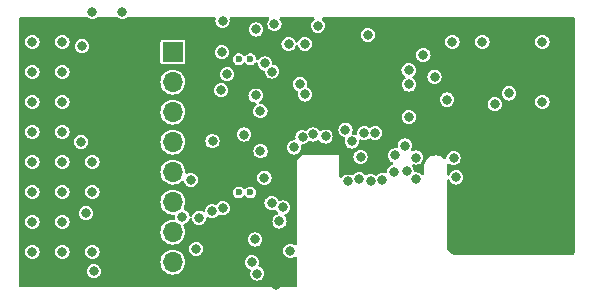
<source format=gbr>
%TF.GenerationSoftware,KiCad,Pcbnew,8.0.5*%
%TF.CreationDate,2024-11-05T15:42:22+00:00*%
%TF.ProjectId,ADE_Main_V4,4144455f-4d61-4696-9e5f-56342e6b6963,rev?*%
%TF.SameCoordinates,Original*%
%TF.FileFunction,Copper,L3,Inr*%
%TF.FilePolarity,Positive*%
%FSLAX46Y46*%
G04 Gerber Fmt 4.6, Leading zero omitted, Abs format (unit mm)*
G04 Created by KiCad (PCBNEW 8.0.5) date 2024-11-05 15:42:22*
%MOMM*%
%LPD*%
G01*
G04 APERTURE LIST*
%TA.AperFunction,ComponentPad*%
%ADD10C,0.600000*%
%TD*%
%TA.AperFunction,ComponentPad*%
%ADD11R,1.700000X1.700000*%
%TD*%
%TA.AperFunction,ComponentPad*%
%ADD12O,1.700000X1.700000*%
%TD*%
%TA.AperFunction,ViaPad*%
%ADD13C,0.800000*%
%TD*%
G04 APERTURE END LIST*
D10*
%TO.N,/UM*%
%TO.C,U3*%
X-1180000Y36100000D03*
X-180000Y36100000D03*
%TD*%
%TO.N,/UM*%
%TO.C,U1*%
X-1180000Y24810000D03*
X-180000Y24810000D03*
%TD*%
D11*
%TO.N,/RRP*%
%TO.C,J15*%
X-6750200Y36692980D03*
D12*
%TO.N,/RRM*%
X-6750200Y34152980D03*
%TO.N,/RSP*%
X-6750200Y31612980D03*
%TO.N,/RSM*%
X-6750200Y29072980D03*
%TO.N,/RTP*%
X-6750200Y26532980D03*
%TO.N,/RTM*%
X-6750200Y23992980D03*
%TO.N,/RNP*%
X-6750200Y21452980D03*
%TO.N,/RNM*%
X-6750200Y18912980D03*
%TD*%
D13*
%TO.N,GND*%
X12877800Y28778200D03*
X-16100000Y27403599D03*
X3048000Y37363400D03*
X-18640000Y32483599D03*
X12065000Y27940000D03*
X24540000Y32483599D03*
X-2540000Y39344600D03*
X-18640000Y24863599D03*
X17246600Y26085800D03*
X-18640000Y27403599D03*
X19460000Y37563599D03*
X4430000Y37400000D03*
X3200400Y19862800D03*
X-14440000Y37200000D03*
X13843000Y27762200D03*
X-14100000Y23060000D03*
X4428453Y33111500D03*
X17018000Y27711400D03*
X-13450000Y18140000D03*
X16920000Y37563599D03*
X-18640000Y29943599D03*
X390000Y17940000D03*
X9457677Y29825500D03*
X16459200Y32664400D03*
X5540000Y38930000D03*
X-13560000Y27403599D03*
X-16100000Y32483599D03*
X13868400Y25908000D03*
X-18640000Y37563599D03*
X-18640000Y22323599D03*
X-16100000Y24863599D03*
X-18640000Y19783599D03*
X1001000Y26060000D03*
X-13560000Y24863599D03*
X-16100000Y22323599D03*
X24540000Y37563599D03*
X670000Y28320000D03*
X-16100000Y29943599D03*
X-5230000Y25880000D03*
X660000Y31690000D03*
X-13560000Y40103599D03*
X-18640000Y35023599D03*
X-16100000Y19783599D03*
X1850000Y39045500D03*
X-11020000Y40103599D03*
X-13560000Y19783599D03*
X-16100000Y35023599D03*
X-16100000Y37563599D03*
X20497800Y32283400D03*
X-14520000Y29090000D03*
%TO.N,+3V3*%
X1955800Y16967200D03*
X26797000Y27305000D03*
X25298400Y26339800D03*
X11050000Y37425000D03*
X15443200Y35737800D03*
X24587200Y34823400D03*
X11277600Y28854400D03*
X-2190000Y25740000D03*
X12166600Y29514800D03*
X-1975500Y37553372D03*
%TO.N,/AVDDOUT*%
X7863900Y30124400D03*
%TO.N,/DVDDOUT*%
X9753600Y38150800D03*
%TO.N,/REF*%
X4013200Y33985200D03*
%TO.N,/ISP*%
X1040000Y35730000D03*
X-2150000Y34820000D03*
%TO.N,/INP*%
X2550000Y23540000D03*
X-2510000Y23480000D03*
%TO.N,/UR+*%
X11970000Y26540000D03*
X3524020Y28620000D03*
%TO.N,/US+*%
X10000000Y25800000D03*
X9143911Y27833911D03*
X5100000Y29720000D03*
%TO.N,/UT+*%
X8050000Y25740000D03*
%TO.N,/ADE_Reset*%
X21717000Y33197800D03*
%TO.N,/O_IN*%
X10375000Y29850000D03*
%TO.N,Net-(U1A--)*%
X-3410000Y23230000D03*
X230000Y20824500D03*
%TO.N,Net-(U3A--)*%
X260000Y33020000D03*
X-2650000Y33470000D03*
%TO.N,Net-(U1B--)*%
X-700000Y29710000D03*
X-3390000Y29150000D03*
%TO.N,/SCLK*%
X13250000Y33950000D03*
X13225000Y31200000D03*
%TO.N,/MISO*%
X13214638Y35157566D03*
%TO.N,/MOSI*%
X15409211Y34609211D03*
%TO.N,/SS*%
X14459548Y36442005D03*
%TO.N,/RN*%
X-5934500Y22738843D03*
X-4520000Y22670000D03*
%TO.N,Net-(U3B--)*%
X309163Y38610563D03*
X-2600000Y36690000D03*
%TO.N,/UM*%
X1610000Y23910000D03*
X1625500Y35047145D03*
X2277484Y22357547D03*
%TO.N,/C+*%
X-70000Y18890000D03*
%TO.N,/UR-*%
X4230000Y29490000D03*
X13040000Y26640000D03*
%TO.N,/US-*%
X11000000Y25870000D03*
X6182300Y29546200D03*
X8393411Y29123411D03*
%TO.N,/UT-*%
X9020000Y25950000D03*
%TO.N,/C-*%
X-4765656Y20033911D03*
%TD*%
%TA.AperFunction,Conductor*%
%TO.N,+3V3*%
G36*
X-13929157Y39629398D02*
G01*
X-13920575Y39623363D01*
X-13862847Y39579067D01*
X-13862839Y39579062D01*
X-13716760Y39518554D01*
X-13560000Y39497917D01*
X-13403239Y39518554D01*
X-13257160Y39579062D01*
X-13257152Y39579067D01*
X-13199425Y39623363D01*
X-13133205Y39648963D01*
X-13122722Y39649400D01*
X-11457278Y39649400D01*
X-11389157Y39629398D01*
X-11380575Y39623363D01*
X-11322847Y39579067D01*
X-11322839Y39579062D01*
X-11176760Y39518554D01*
X-11020000Y39497917D01*
X-10863239Y39518554D01*
X-10717160Y39579062D01*
X-10717152Y39579067D01*
X-10659425Y39623363D01*
X-10593205Y39648963D01*
X-10582722Y39649400D01*
X-3249230Y39649400D01*
X-3181109Y39629398D01*
X-3134616Y39575742D01*
X-3124308Y39506954D01*
X-3125044Y39501362D01*
X-3145682Y39344600D01*
X-3125044Y39187838D01*
X-3064536Y39041759D01*
X-2968282Y38916318D01*
X-2842842Y38820065D01*
X-2842839Y38820063D01*
X-2696760Y38759555D01*
X-2540000Y38738918D01*
X-2383239Y38759555D01*
X-2237160Y38820063D01*
X-2237157Y38820065D01*
X-2111718Y38916318D01*
X-2015465Y39041757D01*
X-2015463Y39041760D01*
X-1954955Y39187839D01*
X-1934318Y39344599D01*
X-1934318Y39344600D01*
X-1955692Y39506954D01*
X-1944753Y39577103D01*
X-1897624Y39630201D01*
X-1830770Y39649400D01*
X1300972Y39649400D01*
X1369093Y39629398D01*
X1415586Y39575742D01*
X1425690Y39505468D01*
X1400935Y39446698D01*
X1333092Y39358282D01*
X1325465Y39348342D01*
X1325463Y39348339D01*
X1264955Y39202260D01*
X1244318Y39045500D01*
X1244318Y39045499D01*
X1264955Y38888739D01*
X1325463Y38742660D01*
X1325465Y38742657D01*
X1421718Y38617218D01*
X1547157Y38520965D01*
X1547160Y38520963D01*
X1693239Y38460455D01*
X1850000Y38439818D01*
X2006760Y38460455D01*
X2152839Y38520963D01*
X2152842Y38520965D01*
X2278282Y38617218D01*
X2374536Y38742659D01*
X2435044Y38888738D01*
X2455189Y39041757D01*
X2455682Y39045499D01*
X2455682Y39045500D01*
X2435044Y39202260D01*
X2435044Y39202262D01*
X2374536Y39348341D01*
X2299064Y39446698D01*
X2273465Y39512916D01*
X2287730Y39582465D01*
X2337331Y39633261D01*
X2399028Y39649400D01*
X5119927Y39649400D01*
X5188048Y39629398D01*
X5234541Y39575742D01*
X5244645Y39505468D01*
X5215151Y39440888D01*
X5196635Y39423441D01*
X5111718Y39358282D01*
X5101219Y39344599D01*
X5015465Y39232842D01*
X5015463Y39232839D01*
X4954955Y39086760D01*
X4934318Y38930000D01*
X4934318Y38929999D01*
X4954955Y38773239D01*
X5015463Y38627160D01*
X5015465Y38627157D01*
X5111718Y38501718D01*
X5237157Y38405465D01*
X5237160Y38405463D01*
X5383239Y38344955D01*
X5540000Y38324318D01*
X5696760Y38344955D01*
X5842839Y38405463D01*
X5842842Y38405465D01*
X5887612Y38439818D01*
X5968282Y38501718D01*
X6064536Y38627159D01*
X6125044Y38773238D01*
X6145682Y38930000D01*
X6125044Y39086762D01*
X6064536Y39232841D01*
X5968282Y39358282D01*
X5883367Y39423438D01*
X5841502Y39480775D01*
X5837280Y39551646D01*
X5872044Y39613549D01*
X5934756Y39646830D01*
X5960073Y39649400D01*
X27153600Y39649400D01*
X27221721Y39629398D01*
X27268214Y39575742D01*
X27279600Y39523400D01*
X27279600Y19731790D01*
X27259598Y19663669D01*
X27242695Y19642695D01*
X27186905Y19586905D01*
X27124593Y19552879D01*
X27097810Y19550000D01*
X17002190Y19550000D01*
X16934069Y19570002D01*
X16913095Y19586905D01*
X16486905Y20013095D01*
X16452879Y20075407D01*
X16450000Y20102190D01*
X16450000Y25806335D01*
X16470002Y25874456D01*
X16523658Y25920949D01*
X16593932Y25931053D01*
X16658512Y25901559D01*
X16692407Y25854556D01*
X16722064Y25782959D01*
X16722065Y25782958D01*
X16722065Y25782957D01*
X16818318Y25657518D01*
X16943757Y25561265D01*
X16943760Y25561263D01*
X17089839Y25500755D01*
X17246600Y25480118D01*
X17403360Y25500755D01*
X17549439Y25561263D01*
X17549442Y25561265D01*
X17674882Y25657518D01*
X17771136Y25782959D01*
X17831644Y25929038D01*
X17852282Y26085800D01*
X17831644Y26242562D01*
X17771136Y26388641D01*
X17674882Y26514082D01*
X17549441Y26610336D01*
X17403362Y26670844D01*
X17246600Y26691482D01*
X17089838Y26670844D01*
X16943759Y26610336D01*
X16818318Y26514082D01*
X16722064Y26388641D01*
X16692407Y26317044D01*
X16647861Y26261765D01*
X16580497Y26239344D01*
X16511706Y26256902D01*
X16463328Y26308864D01*
X16450000Y26365264D01*
X16450000Y27000000D01*
X16448605Y27053381D01*
X16447398Y27099576D01*
X16444056Y27115297D01*
X16449454Y27186086D01*
X16492268Y27242721D01*
X16558904Y27267218D01*
X16628206Y27251800D01*
X16644003Y27241462D01*
X16715153Y27186867D01*
X16715160Y27186863D01*
X16861239Y27126355D01*
X17018000Y27105718D01*
X17174760Y27126355D01*
X17320839Y27186863D01*
X17320842Y27186865D01*
X17323928Y27189233D01*
X17446282Y27283118D01*
X17542536Y27408559D01*
X17603044Y27554638D01*
X17623682Y27711400D01*
X17603044Y27868162D01*
X17542536Y28014241D01*
X17446282Y28139682D01*
X17320841Y28235936D01*
X17174762Y28296444D01*
X17018000Y28317082D01*
X16861238Y28296444D01*
X16715159Y28235936D01*
X16589718Y28139682D01*
X16495886Y28017397D01*
X16493465Y28014242D01*
X16493463Y28014239D01*
X16432955Y27868160D01*
X16413210Y27718176D01*
X16384488Y27653249D01*
X16325222Y27614157D01*
X16254231Y27613312D01*
X16203978Y27640986D01*
X16059938Y27770679D01*
X16059934Y27770683D01*
X15887464Y27870258D01*
X15698060Y27931800D01*
X15500000Y27952617D01*
X15301940Y27931800D01*
X15112536Y27870258D01*
X14940066Y27770683D01*
X14940063Y27770680D01*
X14940061Y27770679D01*
X14792069Y27637427D01*
X14675012Y27476312D01*
X14675010Y27476308D01*
X14619394Y27351393D01*
X14594008Y27294375D01*
X14552601Y27099574D01*
X14550000Y27000000D01*
X14550000Y26377335D01*
X14529998Y26309214D01*
X14476342Y26262721D01*
X14406068Y26252617D01*
X14341488Y26282111D01*
X14324037Y26300632D01*
X14323786Y26300959D01*
X14296682Y26336282D01*
X14171241Y26432536D01*
X14025162Y26493044D01*
X13868400Y26513682D01*
X13787629Y26503048D01*
X13717483Y26513987D01*
X13664384Y26561115D01*
X13645194Y26629469D01*
X13645682Y26636285D01*
X13645682Y26640000D01*
X13625044Y26796760D01*
X13625044Y26796762D01*
X13564536Y26942841D01*
X13530525Y26987164D01*
X13504926Y27053381D01*
X13519190Y27122930D01*
X13568791Y27173727D01*
X13637980Y27189643D01*
X13678701Y27180277D01*
X13686236Y27177156D01*
X13843000Y27156518D01*
X13999760Y27177155D01*
X14145839Y27237663D01*
X14145842Y27237665D01*
X14271282Y27333918D01*
X14367536Y27459359D01*
X14428044Y27605438D01*
X14448682Y27762200D01*
X14428044Y27918962D01*
X14367536Y28065041D01*
X14271282Y28190482D01*
X14145841Y28286736D01*
X13999762Y28347244D01*
X13843000Y28367882D01*
X13686238Y28347244D01*
X13558809Y28294461D01*
X13488225Y28286873D01*
X13424738Y28318652D01*
X13388510Y28379710D01*
X13391044Y28450661D01*
X13401475Y28473868D01*
X13402334Y28475357D01*
X13402336Y28475359D01*
X13462844Y28621438D01*
X13479543Y28748282D01*
X13483482Y28778199D01*
X13483482Y28778200D01*
X13474403Y28847160D01*
X13462844Y28934962D01*
X13402336Y29081041D01*
X13306082Y29206482D01*
X13180641Y29302736D01*
X13034562Y29363244D01*
X12877800Y29383882D01*
X12721038Y29363244D01*
X12574959Y29302736D01*
X12449518Y29206482D01*
X12360138Y29089999D01*
X12353265Y29081042D01*
X12353263Y29081039D01*
X12292755Y28934960D01*
X12272118Y28778200D01*
X12272118Y28778199D01*
X12285489Y28676633D01*
X12274549Y28606484D01*
X12227421Y28553386D01*
X12159067Y28534196D01*
X12144131Y28535264D01*
X12065000Y28545682D01*
X11908238Y28525044D01*
X11762159Y28464536D01*
X11636718Y28368282D01*
X11555313Y28262192D01*
X11540465Y28242842D01*
X11540463Y28242839D01*
X11479955Y28096760D01*
X11459318Y27940000D01*
X11459318Y27939999D01*
X11479955Y27783239D01*
X11540463Y27637160D01*
X11540465Y27637157D01*
X11636718Y27511718D01*
X11762157Y27415465D01*
X11762164Y27415461D01*
X11872071Y27369936D01*
X11927351Y27325388D01*
X11949772Y27258024D01*
X11932213Y27189233D01*
X11880251Y27140855D01*
X11840299Y27128606D01*
X11813238Y27125044D01*
X11667159Y27064536D01*
X11541718Y26968282D01*
X11445465Y26842842D01*
X11445463Y26842839D01*
X11384955Y26696760D01*
X11364411Y26540711D01*
X11335688Y26475784D01*
X11276423Y26436693D01*
X11205431Y26435848D01*
X11191274Y26440748D01*
X11156762Y26455044D01*
X11000000Y26475682D01*
X10843238Y26455044D01*
X10697159Y26394536D01*
X10571718Y26298282D01*
X10571717Y26298280D01*
X10571716Y26298280D01*
X10561456Y26284909D01*
X10504118Y26243043D01*
X10433246Y26238822D01*
X10384795Y26261650D01*
X10302841Y26324536D01*
X10156762Y26385044D01*
X10000000Y26405682D01*
X9843238Y26385044D01*
X9697159Y26324536D01*
X9666431Y26300958D01*
X9600214Y26275358D01*
X9530665Y26289622D01*
X9489767Y26324216D01*
X9448282Y26378282D01*
X9322841Y26474536D01*
X9176762Y26535044D01*
X9020000Y26555682D01*
X8863238Y26535044D01*
X8717159Y26474536D01*
X8591718Y26378282D01*
X8524962Y26291283D01*
X8467624Y26249416D01*
X8396753Y26245194D01*
X8360957Y26262062D01*
X8360000Y26260404D01*
X8352848Y26264532D01*
X8352844Y26264533D01*
X8352841Y26264536D01*
X8206762Y26325044D01*
X8050000Y26345682D01*
X7893238Y26325044D01*
X7747159Y26264536D01*
X7621718Y26168282D01*
X7575961Y26108651D01*
X7518625Y26066785D01*
X7447754Y26062563D01*
X7385851Y26097327D01*
X7352570Y26160039D01*
X7350000Y26185356D01*
X7350000Y27833911D01*
X8538229Y27833911D01*
X8538229Y27833910D01*
X8558866Y27677150D01*
X8619374Y27531071D01*
X8619376Y27531068D01*
X8715629Y27405629D01*
X8841068Y27309376D01*
X8841071Y27309374D01*
X8987150Y27248866D01*
X9143911Y27228229D01*
X9300671Y27248866D01*
X9446750Y27309374D01*
X9446753Y27309376D01*
X9572193Y27405629D01*
X9668447Y27531070D01*
X9728955Y27677149D01*
X9749593Y27833911D01*
X9728955Y27990673D01*
X9668447Y28136752D01*
X9572193Y28262193D01*
X9446752Y28358447D01*
X9300673Y28418955D01*
X9143911Y28439593D01*
X8987149Y28418955D01*
X8841070Y28358447D01*
X8715629Y28262193D01*
X8619376Y28136753D01*
X8619374Y28136750D01*
X8558866Y27990671D01*
X8538229Y27833911D01*
X7350000Y27833911D01*
X7350000Y27950000D01*
X4200000Y27950000D01*
X3800000Y27550000D01*
X3750000Y27500000D01*
X3750000Y27499999D01*
X3750000Y20453493D01*
X3729998Y20385372D01*
X3676342Y20338879D01*
X3606068Y20328775D01*
X3547298Y20353529D01*
X3503241Y20387336D01*
X3357162Y20447844D01*
X3200400Y20468482D01*
X3043638Y20447844D01*
X2897559Y20387336D01*
X2772118Y20291082D01*
X2695072Y20190673D01*
X2675865Y20165642D01*
X2675863Y20165639D01*
X2615355Y20019560D01*
X2594718Y19862800D01*
X2594718Y19862799D01*
X2615355Y19706039D01*
X2675863Y19559960D01*
X2675865Y19559957D01*
X2772118Y19434518D01*
X2897557Y19338265D01*
X2897560Y19338263D01*
X3043639Y19277755D01*
X3200400Y19257118D01*
X3357160Y19277755D01*
X3503239Y19338263D01*
X3503242Y19338265D01*
X3547297Y19372069D01*
X3613517Y19397669D01*
X3683065Y19383404D01*
X3733861Y19333803D01*
X3750000Y19272106D01*
X3750000Y16915400D01*
X3729998Y16847279D01*
X3676342Y16800786D01*
X3624000Y16789400D01*
X-19660600Y16789400D01*
X-19728721Y16809402D01*
X-19775214Y16863058D01*
X-19786600Y16915400D01*
X-19786600Y18140000D01*
X-14055682Y18140000D01*
X-14035044Y17983238D01*
X-13974536Y17837159D01*
X-13878282Y17711718D01*
X-13752842Y17615465D01*
X-13752839Y17615463D01*
X-13606760Y17554955D01*
X-13450000Y17534318D01*
X-13293239Y17554955D01*
X-13147160Y17615463D01*
X-13147157Y17615465D01*
X-13021718Y17711718D01*
X-12925465Y17837157D01*
X-12925463Y17837160D01*
X-12864955Y17983239D01*
X-12844318Y18139999D01*
X-12844318Y18140000D01*
X-12864955Y18296760D01*
X-12925463Y18442839D01*
X-12925465Y18442842D01*
X-12976249Y18509025D01*
X-13021718Y18568282D01*
X-13147159Y18664536D01*
X-13293238Y18725044D01*
X-13450000Y18745682D01*
X-13606762Y18725044D01*
X-13752841Y18664536D01*
X-13878282Y18568282D01*
X-13974536Y18442841D01*
X-14035044Y18296762D01*
X-14055682Y18140000D01*
X-19786600Y18140000D01*
X-19786600Y18912983D01*
X-7805783Y18912983D01*
X-7805783Y18912976D01*
X-7789306Y18745682D01*
X-7785500Y18707046D01*
X-7725432Y18509026D01*
X-7627885Y18326530D01*
X-7496610Y18166570D01*
X-7336650Y18035295D01*
X-7336648Y18035294D01*
X-7336647Y18035293D01*
X-7154154Y17937748D01*
X-6956127Y17877678D01*
X-6750203Y17857397D01*
X-6750200Y17857397D01*
X-6750197Y17857397D01*
X-6544272Y17877678D01*
X-6346245Y17937748D01*
X-6163752Y18035293D01*
X-6003790Y18166570D01*
X-5872513Y18326532D01*
X-5774968Y18509025D01*
X-5714898Y18707052D01*
X-5696880Y18890000D01*
X-675682Y18890000D01*
X-655044Y18733238D01*
X-594536Y18587159D01*
X-498282Y18461718D01*
X-372841Y18365464D01*
X-242487Y18311469D01*
X-187208Y18266923D01*
X-164787Y18199559D01*
X-174298Y18146846D01*
X-195044Y18096762D01*
X-215682Y17940000D01*
X-195044Y17783238D01*
X-134536Y17637159D01*
X-38282Y17511718D01*
X35646Y17454990D01*
X87157Y17415465D01*
X87160Y17415463D01*
X233239Y17354955D01*
X390000Y17334318D01*
X546760Y17354955D01*
X692839Y17415463D01*
X692842Y17415465D01*
X818282Y17511718D01*
X914536Y17637159D01*
X975044Y17783238D01*
X995682Y17940000D01*
X975044Y18096762D01*
X914536Y18242841D01*
X818282Y18368282D01*
X692841Y18464536D01*
X562486Y18518530D01*
X507208Y18563076D01*
X484787Y18630439D01*
X494299Y18683156D01*
X515044Y18733238D01*
X535682Y18890000D01*
X515044Y19046762D01*
X454536Y19192841D01*
X358282Y19318282D01*
X232841Y19414536D01*
X86762Y19475044D01*
X-70000Y19495682D01*
X-226762Y19475044D01*
X-372841Y19414536D01*
X-498282Y19318282D01*
X-594536Y19192841D01*
X-655044Y19046762D01*
X-675682Y18890000D01*
X-5696880Y18890000D01*
X-5694617Y18912976D01*
X-5694617Y18912983D01*
X-5714898Y19118907D01*
X-5774968Y19316934D01*
X-5872513Y19499427D01*
X-5880677Y19509375D01*
X-6003790Y19659390D01*
X-6163750Y19790665D01*
X-6346246Y19888212D01*
X-6544266Y19948280D01*
X-6544270Y19948280D01*
X-6544272Y19948281D01*
X-6750197Y19968563D01*
X-6750203Y19968563D01*
X-6956127Y19948281D01*
X-6956128Y19948280D01*
X-6956134Y19948280D01*
X-7154154Y19888212D01*
X-7336650Y19790665D01*
X-7496610Y19659390D01*
X-7627885Y19499430D01*
X-7725432Y19316934D01*
X-7785500Y19118914D01*
X-7785500Y19118908D01*
X-7785501Y19118907D01*
X-7805783Y18912983D01*
X-19786600Y18912983D01*
X-19786600Y19783599D01*
X-19245682Y19783599D01*
X-19245682Y19783598D01*
X-19238766Y19731068D01*
X-19225044Y19626837D01*
X-19164536Y19480758D01*
X-19068282Y19355317D01*
X-18967202Y19277756D01*
X-18942842Y19259064D01*
X-18942839Y19259062D01*
X-18796760Y19198554D01*
X-18640000Y19177917D01*
X-18483239Y19198554D01*
X-18337160Y19259062D01*
X-18337157Y19259064D01*
X-18211718Y19355317D01*
X-18115465Y19480756D01*
X-18115463Y19480759D01*
X-18054955Y19626838D01*
X-18034318Y19783598D01*
X-18034318Y19783599D01*
X-16705682Y19783599D01*
X-16705682Y19783598D01*
X-16698766Y19731068D01*
X-16685044Y19626837D01*
X-16624536Y19480758D01*
X-16528282Y19355317D01*
X-16427202Y19277756D01*
X-16402842Y19259064D01*
X-16402839Y19259062D01*
X-16256760Y19198554D01*
X-16100000Y19177917D01*
X-15943239Y19198554D01*
X-15797160Y19259062D01*
X-15797157Y19259064D01*
X-15671718Y19355317D01*
X-15575465Y19480756D01*
X-15575463Y19480759D01*
X-15514955Y19626838D01*
X-15494318Y19783598D01*
X-15494318Y19783599D01*
X-14165682Y19783599D01*
X-14165682Y19783598D01*
X-14158766Y19731068D01*
X-14145044Y19626837D01*
X-14084536Y19480758D01*
X-13988282Y19355317D01*
X-13887202Y19277756D01*
X-13862842Y19259064D01*
X-13862839Y19259062D01*
X-13716760Y19198554D01*
X-13560000Y19177917D01*
X-13403239Y19198554D01*
X-13257160Y19259062D01*
X-13257157Y19259064D01*
X-13131718Y19355317D01*
X-13035465Y19480756D01*
X-13035463Y19480759D01*
X-12974955Y19626838D01*
X-12954318Y19783598D01*
X-12954318Y19783599D01*
X-12974955Y19940359D01*
X-13013706Y20033911D01*
X-5371338Y20033911D01*
X-5350700Y19877149D01*
X-5290192Y19731070D01*
X-5193938Y19605629D01*
X-5068498Y19509376D01*
X-5068495Y19509374D01*
X-4922416Y19448866D01*
X-4765656Y19428229D01*
X-4608895Y19448866D01*
X-4462816Y19509374D01*
X-4462813Y19509376D01*
X-4337374Y19605629D01*
X-4241121Y19731068D01*
X-4241119Y19731071D01*
X-4180611Y19877150D01*
X-4159974Y20033910D01*
X-4159974Y20033911D01*
X-4180611Y20190671D01*
X-4241119Y20336750D01*
X-4241121Y20336753D01*
X-4265591Y20368643D01*
X-4337374Y20462193D01*
X-4462815Y20558447D01*
X-4608894Y20618955D01*
X-4765656Y20639593D01*
X-4922418Y20618955D01*
X-5068497Y20558447D01*
X-5193938Y20462193D01*
X-5290192Y20336752D01*
X-5350700Y20190673D01*
X-5371338Y20033911D01*
X-13013706Y20033911D01*
X-13035463Y20086438D01*
X-13035465Y20086441D01*
X-13131718Y20211881D01*
X-13257159Y20308135D01*
X-13403238Y20368643D01*
X-13560000Y20389281D01*
X-13716762Y20368643D01*
X-13862841Y20308135D01*
X-13988282Y20211881D01*
X-14084536Y20086440D01*
X-14145044Y19940361D01*
X-14153366Y19877150D01*
X-14165682Y19783599D01*
X-15494318Y19783599D01*
X-15514955Y19940359D01*
X-15575463Y20086438D01*
X-15575465Y20086441D01*
X-15671718Y20211881D01*
X-15797159Y20308135D01*
X-15943238Y20368643D01*
X-16100000Y20389281D01*
X-16256762Y20368643D01*
X-16402841Y20308135D01*
X-16528282Y20211881D01*
X-16624536Y20086440D01*
X-16685044Y19940361D01*
X-16693366Y19877150D01*
X-16705682Y19783599D01*
X-18034318Y19783599D01*
X-18054955Y19940359D01*
X-18115463Y20086438D01*
X-18115465Y20086441D01*
X-18211718Y20211881D01*
X-18337159Y20308135D01*
X-18483238Y20368643D01*
X-18640000Y20389281D01*
X-18796762Y20368643D01*
X-18942841Y20308135D01*
X-19068282Y20211881D01*
X-19164536Y20086440D01*
X-19225044Y19940361D01*
X-19233366Y19877150D01*
X-19245682Y19783599D01*
X-19786600Y19783599D01*
X-19786600Y22323599D01*
X-19245682Y22323599D01*
X-19225044Y22166837D01*
X-19164536Y22020758D01*
X-19068282Y21895317D01*
X-18942842Y21799064D01*
X-18942839Y21799062D01*
X-18796760Y21738554D01*
X-18640000Y21717917D01*
X-18483239Y21738554D01*
X-18337160Y21799062D01*
X-18337157Y21799064D01*
X-18211718Y21895317D01*
X-18115465Y22020756D01*
X-18115463Y22020759D01*
X-18054955Y22166838D01*
X-18034318Y22323598D01*
X-18034318Y22323599D01*
X-16705682Y22323599D01*
X-16685044Y22166837D01*
X-16624536Y22020758D01*
X-16528282Y21895317D01*
X-16402842Y21799064D01*
X-16402839Y21799062D01*
X-16256760Y21738554D01*
X-16100000Y21717917D01*
X-15943239Y21738554D01*
X-15797160Y21799062D01*
X-15797157Y21799064D01*
X-15671718Y21895317D01*
X-15575465Y22020756D01*
X-15575463Y22020759D01*
X-15514955Y22166838D01*
X-15494318Y22323598D01*
X-15494318Y22323599D01*
X-15514955Y22480359D01*
X-15575463Y22626438D01*
X-15575465Y22626441D01*
X-15581316Y22634066D01*
X-15671718Y22751881D01*
X-15797159Y22848135D01*
X-15943238Y22908643D01*
X-16100000Y22929281D01*
X-16256762Y22908643D01*
X-16402841Y22848135D01*
X-16528282Y22751881D01*
X-16624536Y22626440D01*
X-16685044Y22480361D01*
X-16705682Y22323599D01*
X-18034318Y22323599D01*
X-18054955Y22480359D01*
X-18115463Y22626438D01*
X-18115465Y22626441D01*
X-18121316Y22634066D01*
X-18211718Y22751881D01*
X-18337159Y22848135D01*
X-18483238Y22908643D01*
X-18640000Y22929281D01*
X-18796762Y22908643D01*
X-18942841Y22848135D01*
X-19068282Y22751881D01*
X-19164536Y22626440D01*
X-19225044Y22480361D01*
X-19245682Y22323599D01*
X-19786600Y22323599D01*
X-19786600Y23060000D01*
X-14705682Y23060000D01*
X-14705682Y23059999D01*
X-14699819Y23015465D01*
X-14685044Y22903238D01*
X-14624536Y22757159D01*
X-14528282Y22631718D01*
X-14402842Y22535465D01*
X-14402839Y22535463D01*
X-14256760Y22474955D01*
X-14100000Y22454318D01*
X-13943239Y22474955D01*
X-13797160Y22535463D01*
X-13797157Y22535465D01*
X-13671718Y22631718D01*
X-13575465Y22757157D01*
X-13575463Y22757160D01*
X-13514955Y22903239D01*
X-13494318Y23059999D01*
X-13494318Y23060000D01*
X-13514955Y23216760D01*
X-13575463Y23362839D01*
X-13575465Y23362842D01*
X-13671718Y23488282D01*
X-13797159Y23584536D01*
X-13943238Y23645044D01*
X-14100000Y23665682D01*
X-14256762Y23645044D01*
X-14402841Y23584536D01*
X-14528282Y23488282D01*
X-14624536Y23362841D01*
X-14685044Y23216762D01*
X-14698577Y23113966D01*
X-14705682Y23060000D01*
X-19786600Y23060000D01*
X-19786600Y23992983D01*
X-7805783Y23992983D01*
X-7805783Y23992976D01*
X-7790291Y23835682D01*
X-7785500Y23787046D01*
X-7725432Y23589026D01*
X-7627885Y23406530D01*
X-7496610Y23246570D01*
X-7336650Y23115295D01*
X-7336648Y23115294D01*
X-7336647Y23115293D01*
X-7217707Y23051718D01*
X-7154154Y23017748D01*
X-6974427Y22963229D01*
X-6956127Y22957678D01*
X-6750203Y22937397D01*
X-6750200Y22937397D01*
X-6750195Y22937397D01*
X-6668932Y22945400D01*
X-6599179Y22932171D01*
X-6547651Y22883330D01*
X-6530708Y22814385D01*
X-6531658Y22803582D01*
X-6540182Y22738843D01*
X-6535787Y22705463D01*
X-6527430Y22641981D01*
X-6538369Y22571832D01*
X-6585498Y22518734D01*
X-6653851Y22499544D01*
X-6664699Y22500141D01*
X-6704034Y22504016D01*
X-6750198Y22508563D01*
X-6750203Y22508563D01*
X-6956127Y22488281D01*
X-6956128Y22488280D01*
X-6956134Y22488280D01*
X-7154154Y22428212D01*
X-7336650Y22330665D01*
X-7496610Y22199390D01*
X-7627885Y22039430D01*
X-7725432Y21856934D01*
X-7785500Y21658914D01*
X-7785500Y21658908D01*
X-7785501Y21658907D01*
X-7805783Y21452983D01*
X-7805783Y21452976D01*
X-7795546Y21349036D01*
X-7785500Y21247046D01*
X-7725432Y21049026D01*
X-7627885Y20866530D01*
X-7496610Y20706570D01*
X-7336650Y20575295D01*
X-7336648Y20575294D01*
X-7336647Y20575293D01*
X-7154154Y20477748D01*
X-7055573Y20447844D01*
X-6956127Y20417678D01*
X-6750203Y20397397D01*
X-6750200Y20397397D01*
X-6750197Y20397397D01*
X-6544272Y20417678D01*
X-6346245Y20477748D01*
X-6163752Y20575293D01*
X-6003790Y20706570D01*
X-5907008Y20824500D01*
X-375682Y20824500D01*
X-355044Y20667738D01*
X-294536Y20521659D01*
X-198282Y20396218D01*
X-83487Y20308133D01*
X-72842Y20299965D01*
X-72839Y20299963D01*
X73239Y20239455D01*
X230000Y20218818D01*
X386760Y20239455D01*
X532839Y20299963D01*
X532842Y20299965D01*
X543487Y20308133D01*
X658282Y20396218D01*
X754536Y20521659D01*
X815044Y20667738D01*
X835682Y20824500D01*
X815044Y20981262D01*
X754536Y21127341D01*
X658282Y21252782D01*
X532841Y21349036D01*
X386762Y21409544D01*
X230000Y21430182D01*
X73238Y21409544D01*
X-72841Y21349036D01*
X-198282Y21252782D01*
X-294536Y21127341D01*
X-355044Y20981262D01*
X-375682Y20824500D01*
X-5907008Y20824500D01*
X-5872513Y20866532D01*
X-5774968Y21049025D01*
X-5714898Y21247052D01*
X-5694617Y21452976D01*
X-5694617Y21452983D01*
X-5714898Y21658907D01*
X-5774968Y21856934D01*
X-5839851Y21978321D01*
X-5854323Y22047827D01*
X-5828919Y22114123D01*
X-5776948Y22154125D01*
X-5631664Y22214304D01*
X-5631657Y22214308D01*
X-5506218Y22310561D01*
X-5409965Y22436000D01*
X-5409965Y22436001D01*
X-5409964Y22436002D01*
X-5350820Y22578786D01*
X-5306272Y22634066D01*
X-5238909Y22656487D01*
X-5170117Y22638928D01*
X-5121739Y22586966D01*
X-5109490Y22547014D01*
X-5105044Y22513238D01*
X-5044536Y22367159D01*
X-4948282Y22241718D01*
X-4834128Y22154125D01*
X-4822842Y22145465D01*
X-4822839Y22145463D01*
X-4676760Y22084955D01*
X-4520000Y22064318D01*
X-4363239Y22084955D01*
X-4217160Y22145463D01*
X-4217157Y22145465D01*
X-4091718Y22241718D01*
X-3995465Y22367157D01*
X-3995463Y22367160D01*
X-3934955Y22513239D01*
X-3920077Y22626253D01*
X-3891354Y22691180D01*
X-3832089Y22730271D01*
X-3761097Y22731116D01*
X-3718452Y22709769D01*
X-3712847Y22705468D01*
X-3712839Y22705463D01*
X-3566760Y22644955D01*
X-3410000Y22624318D01*
X-3253239Y22644955D01*
X-3107160Y22705463D01*
X-3107157Y22705465D01*
X-2981715Y22801720D01*
X-2910324Y22894759D01*
X-2852986Y22936626D01*
X-2782115Y22940848D01*
X-2762145Y22934464D01*
X-2666762Y22894956D01*
X-2510000Y22874318D01*
X-2353239Y22894955D01*
X-2207160Y22955463D01*
X-2207157Y22955465D01*
X-2081718Y23051718D01*
X-1985465Y23177157D01*
X-1985463Y23177160D01*
X-1924955Y23323239D01*
X-1904318Y23479999D01*
X-1904318Y23480000D01*
X-1924955Y23636760D01*
X-1985463Y23782839D01*
X-1985465Y23782842D01*
X-1988695Y23787052D01*
X-2081718Y23908282D01*
X-2083957Y23910000D01*
X1004318Y23910000D01*
X1004318Y23909999D01*
X1024955Y23753239D01*
X1085463Y23607160D01*
X1085465Y23607157D01*
X1181718Y23481718D01*
X1307157Y23385465D01*
X1307160Y23385463D01*
X1453239Y23324955D01*
X1610000Y23304318D01*
X1766762Y23324956D01*
X1840129Y23355345D01*
X1910719Y23362934D01*
X1974205Y23331154D01*
X2004754Y23287156D01*
X2025462Y23237162D01*
X2025468Y23237152D01*
X2119992Y23113966D01*
X2145592Y23047746D01*
X2131327Y22978197D01*
X2081725Y22927402D01*
X2068262Y22920861D01*
X1974643Y22882083D01*
X1849202Y22785829D01*
X1760324Y22670000D01*
X1752949Y22660389D01*
X1752947Y22660386D01*
X1692439Y22514307D01*
X1671802Y22357547D01*
X1671802Y22357546D01*
X1692439Y22200786D01*
X1752947Y22054707D01*
X1752949Y22054704D01*
X1849202Y21929265D01*
X1974641Y21833012D01*
X1974644Y21833010D01*
X2120723Y21772502D01*
X2277484Y21751865D01*
X2434244Y21772502D01*
X2580323Y21833010D01*
X2580326Y21833012D01*
X2611502Y21856934D01*
X2705766Y21929265D01*
X2802020Y22054706D01*
X2862528Y22200785D01*
X2883166Y22357547D01*
X2862528Y22514309D01*
X2802020Y22660388D01*
X2707491Y22783580D01*
X2681891Y22849799D01*
X2696156Y22919348D01*
X2745757Y22970144D01*
X2759228Y22976688D01*
X2852841Y23015464D01*
X2978282Y23111718D01*
X3074536Y23237159D01*
X3135044Y23383238D01*
X3155682Y23540000D01*
X3135044Y23696762D01*
X3074536Y23842841D01*
X2978282Y23968282D01*
X2852841Y24064536D01*
X2706762Y24125044D01*
X2550000Y24145682D01*
X2393238Y24125044D01*
X2319869Y24094653D01*
X2249281Y24087065D01*
X2185794Y24118844D01*
X2155245Y24162843D01*
X2134536Y24212841D01*
X2038282Y24338282D01*
X1912841Y24434536D01*
X1766762Y24495044D01*
X1610000Y24515682D01*
X1453238Y24495044D01*
X1307159Y24434536D01*
X1181718Y24338282D01*
X1120052Y24257917D01*
X1085465Y24212842D01*
X1085463Y24212839D01*
X1024955Y24066760D01*
X1004318Y23910000D01*
X-2083957Y23910000D01*
X-2207159Y24004536D01*
X-2353238Y24065044D01*
X-2510000Y24085682D01*
X-2666762Y24065044D01*
X-2812841Y24004536D01*
X-2938282Y23908282D01*
X-3009675Y23815239D01*
X-3067012Y23773373D01*
X-3137883Y23769151D01*
X-3157855Y23775535D01*
X-3253238Y23815044D01*
X-3410000Y23835682D01*
X-3566762Y23815044D01*
X-3712841Y23754536D01*
X-3838282Y23658282D01*
X-3934536Y23532841D01*
X-3995044Y23386762D01*
X-4009922Y23273744D01*
X-4038644Y23208820D01*
X-4097909Y23169728D01*
X-4168900Y23168883D01*
X-4211545Y23190228D01*
X-4217159Y23194536D01*
X-4363238Y23255044D01*
X-4520000Y23275682D01*
X-4676762Y23255044D01*
X-4822841Y23194536D01*
X-4948282Y23098282D01*
X-5044536Y22972841D01*
X-5103680Y22830054D01*
X-5148226Y22774776D01*
X-5215589Y22752355D01*
X-5284381Y22769913D01*
X-5332759Y22821875D01*
X-5345009Y22861828D01*
X-5349455Y22895603D01*
X-5409963Y23041682D01*
X-5409965Y23041685D01*
X-5414616Y23047746D01*
X-5506218Y23167125D01*
X-5631659Y23263379D01*
X-5763064Y23317808D01*
X-5818344Y23362356D01*
X-5840765Y23429720D01*
X-5825967Y23493613D01*
X-5774968Y23589025D01*
X-5714898Y23787052D01*
X-5694617Y23992976D01*
X-5694617Y23992983D01*
X-5714898Y24198907D01*
X-5719124Y24212837D01*
X-5774968Y24396934D01*
X-5836927Y24512851D01*
X-5872513Y24579427D01*
X-5872515Y24579430D01*
X-6003790Y24739390D01*
X-6089829Y24810000D01*
X-1685647Y24810000D01*
X-1665165Y24667543D01*
X-1605377Y24536627D01*
X-1516914Y24434534D01*
X-1511126Y24427855D01*
X-1463011Y24396934D01*
X-1390053Y24350047D01*
X-1251961Y24309500D01*
X-1108039Y24309500D01*
X-969946Y24350047D01*
X-848873Y24427855D01*
X-848872Y24427855D01*
X-775224Y24512851D01*
X-715498Y24551234D01*
X-644501Y24551234D01*
X-584776Y24512851D01*
X-528587Y24448006D01*
X-516914Y24434534D01*
X-511126Y24427855D01*
X-463011Y24396934D01*
X-390053Y24350047D01*
X-251961Y24309500D01*
X-108039Y24309500D01*
X30053Y24350047D01*
X151126Y24427855D01*
X156914Y24434534D01*
X245377Y24536627D01*
X305165Y24667543D01*
X325647Y24810000D01*
X305165Y24952457D01*
X245377Y25083373D01*
X151128Y25192143D01*
X30053Y25269953D01*
X-108039Y25310500D01*
X-251961Y25310500D01*
X-390053Y25269953D01*
X-511128Y25192143D01*
X-533401Y25166438D01*
X-584775Y25107149D01*
X-644501Y25068765D01*
X-715498Y25068765D01*
X-775224Y25107148D01*
X-775225Y25107149D01*
X-826601Y25166440D01*
X-848872Y25192143D01*
X-848873Y25192144D01*
X-961179Y25264318D01*
X-969947Y25269953D01*
X-1108039Y25310500D01*
X-1251961Y25310500D01*
X-1390053Y25269953D01*
X-1511128Y25192143D01*
X-1605377Y25083373D01*
X-1665165Y24952457D01*
X-1685647Y24810000D01*
X-6089829Y24810000D01*
X-6163750Y24870665D01*
X-6346246Y24968212D01*
X-6544266Y25028280D01*
X-6544270Y25028280D01*
X-6544272Y25028281D01*
X-6750197Y25048563D01*
X-6750203Y25048563D01*
X-6956127Y25028281D01*
X-6956128Y25028280D01*
X-6956134Y25028280D01*
X-7154154Y24968212D01*
X-7336650Y24870665D01*
X-7496610Y24739390D01*
X-7627885Y24579430D01*
X-7725432Y24396934D01*
X-7785500Y24198914D01*
X-7785500Y24198908D01*
X-7785501Y24198907D01*
X-7805783Y23992983D01*
X-19786600Y23992983D01*
X-19786600Y24863599D01*
X-19245682Y24863599D01*
X-19225044Y24706837D01*
X-19164536Y24560758D01*
X-19068282Y24435317D01*
X-18942842Y24339064D01*
X-18942839Y24339062D01*
X-18796760Y24278554D01*
X-18640000Y24257917D01*
X-18483239Y24278554D01*
X-18337160Y24339062D01*
X-18337157Y24339064D01*
X-18211718Y24435317D01*
X-18115465Y24560756D01*
X-18115463Y24560759D01*
X-18054955Y24706838D01*
X-18034318Y24863598D01*
X-18034318Y24863599D01*
X-16705682Y24863599D01*
X-16685044Y24706837D01*
X-16624536Y24560758D01*
X-16528282Y24435317D01*
X-16402842Y24339064D01*
X-16402839Y24339062D01*
X-16256760Y24278554D01*
X-16100000Y24257917D01*
X-15943239Y24278554D01*
X-15797160Y24339062D01*
X-15797157Y24339064D01*
X-15671718Y24435317D01*
X-15575465Y24560756D01*
X-15575463Y24560759D01*
X-15514955Y24706838D01*
X-15494318Y24863598D01*
X-15494318Y24863599D01*
X-14165682Y24863599D01*
X-14145044Y24706837D01*
X-14084536Y24560758D01*
X-13988282Y24435317D01*
X-13862842Y24339064D01*
X-13862839Y24339062D01*
X-13716760Y24278554D01*
X-13560000Y24257917D01*
X-13403239Y24278554D01*
X-13257160Y24339062D01*
X-13257157Y24339064D01*
X-13131718Y24435317D01*
X-13035465Y24560756D01*
X-13035463Y24560759D01*
X-12974955Y24706838D01*
X-12954318Y24863598D01*
X-12954318Y24863599D01*
X-12974955Y25020359D01*
X-13035463Y25166438D01*
X-13035465Y25166441D01*
X-13055187Y25192143D01*
X-13131718Y25291881D01*
X-13257159Y25388135D01*
X-13403238Y25448643D01*
X-13560000Y25469281D01*
X-13716762Y25448643D01*
X-13862841Y25388135D01*
X-13988282Y25291881D01*
X-14084536Y25166440D01*
X-14145044Y25020361D01*
X-14165682Y24863599D01*
X-15494318Y24863599D01*
X-15514955Y25020359D01*
X-15575463Y25166438D01*
X-15575465Y25166441D01*
X-15595187Y25192143D01*
X-15671718Y25291881D01*
X-15797159Y25388135D01*
X-15943238Y25448643D01*
X-16100000Y25469281D01*
X-16256762Y25448643D01*
X-16402841Y25388135D01*
X-16528282Y25291881D01*
X-16624536Y25166440D01*
X-16685044Y25020361D01*
X-16705682Y24863599D01*
X-18034318Y24863599D01*
X-18054955Y25020359D01*
X-18115463Y25166438D01*
X-18115465Y25166441D01*
X-18135187Y25192143D01*
X-18211718Y25291881D01*
X-18337159Y25388135D01*
X-18483238Y25448643D01*
X-18640000Y25469281D01*
X-18796762Y25448643D01*
X-18942841Y25388135D01*
X-19068282Y25291881D01*
X-19164536Y25166440D01*
X-19225044Y25020361D01*
X-19245682Y24863599D01*
X-19786600Y24863599D01*
X-19786600Y26532983D01*
X-7805783Y26532983D01*
X-7805783Y26532976D01*
X-7786410Y26336280D01*
X-7785500Y26327046D01*
X-7725432Y26129026D01*
X-7627885Y25946530D01*
X-7496610Y25786570D01*
X-7336650Y25655295D01*
X-7336648Y25655294D01*
X-7336647Y25655293D01*
X-7171761Y25567159D01*
X-7154154Y25557748D01*
X-7035378Y25521718D01*
X-6956127Y25497678D01*
X-6750203Y25477397D01*
X-6750200Y25477397D01*
X-6750197Y25477397D01*
X-6544272Y25497678D01*
X-6346245Y25557748D01*
X-6163752Y25655293D01*
X-6013832Y25778328D01*
X-5948484Y25806081D01*
X-5878506Y25794099D01*
X-5826115Y25746186D01*
X-5817490Y25729146D01*
X-5815044Y25723242D01*
X-5815044Y25723238D01*
X-5754536Y25577159D01*
X-5658282Y25451718D01*
X-5532842Y25355465D01*
X-5532839Y25355463D01*
X-5386760Y25294955D01*
X-5230000Y25274318D01*
X-5073239Y25294955D01*
X-4927160Y25355463D01*
X-4927157Y25355465D01*
X-4801718Y25451718D01*
X-4705465Y25577157D01*
X-4705463Y25577160D01*
X-4644955Y25723239D01*
X-4624318Y25879999D01*
X-4624318Y25880000D01*
X-4644955Y26036760D01*
X-4654581Y26060000D01*
X395318Y26060000D01*
X395318Y26059999D01*
X415955Y25903239D01*
X476463Y25757160D01*
X476465Y25757157D01*
X572718Y25631718D01*
X698157Y25535465D01*
X698160Y25535463D01*
X844239Y25474955D01*
X1001000Y25454318D01*
X1157760Y25474955D01*
X1303839Y25535463D01*
X1303842Y25535465D01*
X1429282Y25631718D01*
X1525536Y25757159D01*
X1586044Y25903238D01*
X1603301Y26034318D01*
X1606682Y26059999D01*
X1606682Y26060000D01*
X1605789Y26066785D01*
X1586044Y26216762D01*
X1525536Y26362841D01*
X1429282Y26488282D01*
X1303841Y26584536D01*
X1157762Y26645044D01*
X1001000Y26665682D01*
X844238Y26645044D01*
X698159Y26584536D01*
X572718Y26488282D01*
X488311Y26378280D01*
X476465Y26362842D01*
X476463Y26362839D01*
X415955Y26216760D01*
X395318Y26060000D01*
X-4654581Y26060000D01*
X-4705463Y26182839D01*
X-4705465Y26182842D01*
X-4707394Y26185356D01*
X-4801718Y26308282D01*
X-4927159Y26404536D01*
X-5073238Y26465044D01*
X-5230000Y26485682D01*
X-5386762Y26465044D01*
X-5520474Y26409658D01*
X-5591059Y26402070D01*
X-5654546Y26433849D01*
X-5690774Y26494907D01*
X-5693200Y26526790D01*
X-5694617Y26526790D01*
X-5694617Y26532983D01*
X-5714898Y26738907D01*
X-5774968Y26936934D01*
X-5872513Y27119427D01*
X-5872515Y27119430D01*
X-6003790Y27279390D01*
X-6163750Y27410665D01*
X-6346246Y27508212D01*
X-6544266Y27568280D01*
X-6544270Y27568280D01*
X-6544272Y27568281D01*
X-6750197Y27588563D01*
X-6750203Y27588563D01*
X-6956127Y27568281D01*
X-6956128Y27568280D01*
X-6956134Y27568280D01*
X-7154154Y27508212D01*
X-7336650Y27410665D01*
X-7496610Y27279390D01*
X-7627885Y27119430D01*
X-7725432Y26936934D01*
X-7785500Y26738914D01*
X-7785500Y26738908D01*
X-7785501Y26738907D01*
X-7805783Y26532983D01*
X-19786600Y26532983D01*
X-19786600Y27403599D01*
X-19245682Y27403599D01*
X-19225044Y27246837D01*
X-19164536Y27100758D01*
X-19068282Y26975317D01*
X-18942842Y26879064D01*
X-18942839Y26879062D01*
X-18796760Y26818554D01*
X-18640000Y26797917D01*
X-18483239Y26818554D01*
X-18337160Y26879062D01*
X-18337157Y26879064D01*
X-18211718Y26975317D01*
X-18115465Y27100756D01*
X-18115463Y27100759D01*
X-18054955Y27246838D01*
X-18034318Y27403598D01*
X-18034318Y27403599D01*
X-16705682Y27403599D01*
X-16685044Y27246837D01*
X-16624536Y27100758D01*
X-16528282Y26975317D01*
X-16402842Y26879064D01*
X-16402839Y26879062D01*
X-16256760Y26818554D01*
X-16100000Y26797917D01*
X-15943239Y26818554D01*
X-15797160Y26879062D01*
X-15797157Y26879064D01*
X-15671718Y26975317D01*
X-15575465Y27100756D01*
X-15575463Y27100759D01*
X-15514955Y27246838D01*
X-15494318Y27403598D01*
X-15494318Y27403599D01*
X-14165682Y27403599D01*
X-14145044Y27246837D01*
X-14084536Y27100758D01*
X-13988282Y26975317D01*
X-13862842Y26879064D01*
X-13862839Y26879062D01*
X-13716760Y26818554D01*
X-13560000Y26797917D01*
X-13403239Y26818554D01*
X-13257160Y26879062D01*
X-13257157Y26879064D01*
X-13131718Y26975317D01*
X-13035465Y27100756D01*
X-13035463Y27100759D01*
X-12974955Y27246838D01*
X-12954318Y27403598D01*
X-12954318Y27403599D01*
X-12974955Y27560359D01*
X-13035463Y27706438D01*
X-13035465Y27706441D01*
X-13041509Y27714318D01*
X-13131718Y27831881D01*
X-13257159Y27928135D01*
X-13403238Y27988643D01*
X-13560000Y28009281D01*
X-13716762Y27988643D01*
X-13862841Y27928135D01*
X-13988282Y27831881D01*
X-14084536Y27706440D01*
X-14145044Y27560361D01*
X-14165682Y27403599D01*
X-15494318Y27403599D01*
X-15514955Y27560359D01*
X-15575463Y27706438D01*
X-15575465Y27706441D01*
X-15581509Y27714318D01*
X-15671718Y27831881D01*
X-15797159Y27928135D01*
X-15943238Y27988643D01*
X-16100000Y28009281D01*
X-16256762Y27988643D01*
X-16402841Y27928135D01*
X-16528282Y27831881D01*
X-16624536Y27706440D01*
X-16685044Y27560361D01*
X-16705682Y27403599D01*
X-18034318Y27403599D01*
X-18054955Y27560359D01*
X-18115463Y27706438D01*
X-18115465Y27706441D01*
X-18121509Y27714318D01*
X-18211718Y27831881D01*
X-18337159Y27928135D01*
X-18483238Y27988643D01*
X-18640000Y28009281D01*
X-18796762Y27988643D01*
X-18942841Y27928135D01*
X-19068282Y27831881D01*
X-19164536Y27706440D01*
X-19225044Y27560361D01*
X-19245682Y27403599D01*
X-19786600Y27403599D01*
X-19786600Y29090000D01*
X-15125682Y29090000D01*
X-15105044Y28933238D01*
X-15044536Y28787159D01*
X-14948282Y28661718D01*
X-14822842Y28565465D01*
X-14822839Y28565463D01*
X-14676760Y28504955D01*
X-14520000Y28484318D01*
X-14363239Y28504955D01*
X-14217160Y28565463D01*
X-14217157Y28565465D01*
X-14091718Y28661718D01*
X-13995465Y28787157D01*
X-13995463Y28787160D01*
X-13934955Y28933239D01*
X-13916558Y29072983D01*
X-7805783Y29072983D01*
X-7805783Y29072976D01*
X-7787202Y28884318D01*
X-7785500Y28867046D01*
X-7725432Y28669026D01*
X-7627885Y28486530D01*
X-7496610Y28326570D01*
X-7336650Y28195295D01*
X-7336648Y28195294D01*
X-7336647Y28195293D01*
X-7227127Y28136753D01*
X-7154154Y28097748D01*
X-7046326Y28065039D01*
X-6956127Y28037678D01*
X-6750203Y28017397D01*
X-6750200Y28017397D01*
X-6750197Y28017397D01*
X-6544272Y28037678D01*
X-6346245Y28097748D01*
X-6163752Y28195293D01*
X-6011796Y28320000D01*
X64318Y28320000D01*
X64318Y28319999D01*
X84955Y28163239D01*
X145463Y28017160D01*
X145465Y28017157D01*
X241718Y27891718D01*
X367157Y27795465D01*
X367160Y27795463D01*
X513239Y27734955D01*
X670000Y27714318D01*
X826760Y27734955D01*
X972839Y27795463D01*
X972842Y27795465D01*
X1020299Y27831880D01*
X1098282Y27891718D01*
X1194536Y28017159D01*
X1255044Y28163238D01*
X1266949Y28253664D01*
X1275682Y28319999D01*
X1275682Y28320000D01*
X1256654Y28464534D01*
X1255044Y28476762D01*
X1195713Y28620000D01*
X2918338Y28620000D01*
X2918338Y28619999D01*
X2938975Y28463239D01*
X2999483Y28317160D01*
X2999485Y28317157D01*
X3095738Y28191718D01*
X3221177Y28095465D01*
X3221180Y28095463D01*
X3367259Y28034955D01*
X3524020Y28014318D01*
X3680780Y28034955D01*
X3826859Y28095463D01*
X3826862Y28095465D01*
X3828550Y28096760D01*
X3952302Y28191718D01*
X4048556Y28317159D01*
X4109064Y28463238D01*
X4129702Y28620000D01*
X4113651Y28741915D01*
X4124590Y28812061D01*
X4171718Y28865160D01*
X4222126Y28883281D01*
X4386760Y28904955D01*
X4532839Y28965463D01*
X4532842Y28965465D01*
X4534385Y28966649D01*
X4658282Y29061718D01*
X4710795Y29130155D01*
X4768132Y29172021D01*
X4839003Y29176243D01*
X4858975Y29169859D01*
X4943239Y29134955D01*
X5100000Y29114318D01*
X5256760Y29134955D01*
X5402839Y29195463D01*
X5402847Y29195468D01*
X5486460Y29259627D01*
X5552680Y29285228D01*
X5622229Y29270963D01*
X5663126Y29236369D01*
X5754015Y29117920D01*
X5879457Y29021665D01*
X5879460Y29021663D01*
X6025539Y28961155D01*
X6182300Y28940518D01*
X6339060Y28961155D01*
X6485139Y29021663D01*
X6485142Y29021665D01*
X6519830Y29048282D01*
X6610582Y29117918D01*
X6706836Y29243359D01*
X6767344Y29389438D01*
X6787982Y29546200D01*
X6767344Y29702962D01*
X6706836Y29849041D01*
X6610582Y29974482D01*
X6485141Y30070736D01*
X6355585Y30124400D01*
X7258218Y30124400D01*
X7258218Y30124399D01*
X7278855Y29967639D01*
X7339363Y29821560D01*
X7339365Y29821557D01*
X7435618Y29696118D01*
X7561057Y29599865D01*
X7561060Y29599863D01*
X7707138Y29539356D01*
X7742138Y29534748D01*
X7807064Y29506025D01*
X7846156Y29446759D01*
X7847000Y29375768D01*
X7842101Y29361614D01*
X7827129Y29325468D01*
X7808366Y29280171D01*
X7787729Y29123411D01*
X7787729Y29123410D01*
X7808366Y28966650D01*
X7868874Y28820571D01*
X7868876Y28820568D01*
X7965129Y28695129D01*
X8090568Y28598876D01*
X8090571Y28598874D01*
X8236650Y28538366D01*
X8393411Y28517729D01*
X8550171Y28538366D01*
X8696250Y28598874D01*
X8696253Y28598876D01*
X8723781Y28619999D01*
X8821693Y28695129D01*
X8917947Y28820570D01*
X8978455Y28966649D01*
X8999093Y29123411D01*
X8993872Y29163065D01*
X9004811Y29233212D01*
X9051938Y29286311D01*
X9120292Y29305502D01*
X9167011Y29295920D01*
X9300914Y29240456D01*
X9457677Y29219818D01*
X9614437Y29240455D01*
X9760516Y29300963D01*
X9760518Y29300964D01*
X9792447Y29325464D01*
X9855600Y29373922D01*
X9921820Y29399522D01*
X9991369Y29385257D01*
X10009006Y29373922D01*
X10072152Y29325468D01*
X10072160Y29325463D01*
X10218239Y29264955D01*
X10375000Y29244318D01*
X10531760Y29264955D01*
X10677839Y29325463D01*
X10677842Y29325465D01*
X10694070Y29337917D01*
X10803282Y29421718D01*
X10899536Y29547159D01*
X10960044Y29693238D01*
X10972236Y29785844D01*
X10980682Y29849999D01*
X10980682Y29850000D01*
X10960044Y30006762D01*
X10899536Y30152841D01*
X10803282Y30278282D01*
X10677841Y30374536D01*
X10531762Y30435044D01*
X10375000Y30455682D01*
X10218238Y30435044D01*
X10072159Y30374536D01*
X10040226Y30350033D01*
X9977077Y30301577D01*
X9910856Y30275977D01*
X9841308Y30290242D01*
X9823679Y30301570D01*
X9760518Y30350036D01*
X9614439Y30410544D01*
X9457677Y30431182D01*
X9300915Y30410544D01*
X9154836Y30350036D01*
X9029395Y30253782D01*
X8933142Y30128342D01*
X8933140Y30128339D01*
X8872632Y29982260D01*
X8851995Y29825500D01*
X8851995Y29825497D01*
X8857215Y29785844D01*
X8846275Y29715695D01*
X8799146Y29662597D01*
X8730792Y29643408D01*
X8684079Y29652989D01*
X8550173Y29708455D01*
X8515174Y29713062D01*
X8450248Y29741783D01*
X8411155Y29801048D01*
X8410310Y29872039D01*
X8415203Y29886181D01*
X8448944Y29967638D01*
X8469582Y30124400D01*
X8448944Y30281162D01*
X8388436Y30427241D01*
X8292182Y30552682D01*
X8166741Y30648936D01*
X8020662Y30709444D01*
X7863900Y30730082D01*
X7707138Y30709444D01*
X7561059Y30648936D01*
X7435618Y30552682D01*
X7342388Y30431182D01*
X7339365Y30427242D01*
X7339363Y30427239D01*
X7278855Y30281160D01*
X7258218Y30124400D01*
X6355585Y30124400D01*
X6339062Y30131244D01*
X6182300Y30151882D01*
X6025538Y30131244D01*
X5879459Y30070736D01*
X5796087Y30006762D01*
X5795839Y30006572D01*
X5729619Y29980971D01*
X5660070Y29995235D01*
X5619172Y30029831D01*
X5528282Y30148282D01*
X5402841Y30244536D01*
X5256762Y30305044D01*
X5100000Y30325682D01*
X4943238Y30305044D01*
X4797159Y30244536D01*
X4671718Y30148282D01*
X4631357Y30095682D01*
X4619205Y30079845D01*
X4561867Y30037978D01*
X4490996Y30033756D01*
X4471032Y30040137D01*
X4386762Y30075044D01*
X4230000Y30095682D01*
X4073238Y30075044D01*
X3927159Y30014536D01*
X3801718Y29918282D01*
X3705465Y29792842D01*
X3705463Y29792839D01*
X3644955Y29646760D01*
X3624318Y29490000D01*
X3624318Y29489999D01*
X3640368Y29368086D01*
X3629429Y29297937D01*
X3582300Y29244839D01*
X3531892Y29226718D01*
X3524021Y29225681D01*
X3524020Y29225682D01*
X3367258Y29205044D01*
X3221179Y29144536D01*
X3095738Y29048282D01*
X3013048Y28940518D01*
X2999485Y28922842D01*
X2999483Y28922839D01*
X2938975Y28776760D01*
X2918338Y28620000D01*
X1195713Y28620000D01*
X1194536Y28622841D01*
X1098282Y28748282D01*
X972841Y28844536D01*
X826762Y28905044D01*
X670000Y28925682D01*
X513238Y28905044D01*
X367159Y28844536D01*
X241718Y28748282D01*
X147477Y28625464D01*
X145465Y28622842D01*
X145463Y28622839D01*
X84955Y28476760D01*
X64318Y28320000D01*
X-6011796Y28320000D01*
X-6003790Y28326570D01*
X-5872513Y28486532D01*
X-5774968Y28669025D01*
X-5714898Y28867052D01*
X-5694617Y29072976D01*
X-5694617Y29072983D01*
X-5702202Y29150000D01*
X-3995682Y29150000D01*
X-3995682Y29149999D01*
X-3993701Y29134955D01*
X-3975044Y28993238D01*
X-3914536Y28847159D01*
X-3818282Y28721718D01*
X-3740088Y28661718D01*
X-3692842Y28625465D01*
X-3692839Y28625463D01*
X-3546760Y28564955D01*
X-3390000Y28544318D01*
X-3233239Y28564955D01*
X-3087160Y28625463D01*
X-3087157Y28625465D01*
X-2961718Y28721718D01*
X-2865465Y28847157D01*
X-2865463Y28847160D01*
X-2804955Y28993239D01*
X-2784318Y29149999D01*
X-2784318Y29150000D01*
X-2804955Y29306760D01*
X-2865463Y29452839D01*
X-2865465Y29452842D01*
X-2883951Y29476934D01*
X-2961718Y29578282D01*
X-3087159Y29674536D01*
X-3172777Y29710000D01*
X-1305682Y29710000D01*
X-1305682Y29709999D01*
X-1303797Y29695682D01*
X-1285044Y29553238D01*
X-1224536Y29407159D01*
X-1128282Y29281718D01*
X-1015873Y29195464D01*
X-1002842Y29185465D01*
X-1002839Y29185463D01*
X-856760Y29124955D01*
X-700000Y29104318D01*
X-543239Y29124955D01*
X-397160Y29185463D01*
X-397157Y29185465D01*
X-271718Y29281718D01*
X-175465Y29407157D01*
X-175463Y29407160D01*
X-114955Y29553239D01*
X-94318Y29709999D01*
X-94318Y29710000D01*
X-114955Y29866760D01*
X-175463Y30012839D01*
X-175465Y30012842D01*
X-176765Y30014536D01*
X-271718Y30138282D01*
X-397159Y30234536D01*
X-543238Y30295044D01*
X-700000Y30315682D01*
X-856762Y30295044D01*
X-1002841Y30234536D01*
X-1128282Y30138282D01*
X-1224536Y30012841D01*
X-1285044Y29866762D01*
X-1291281Y29819389D01*
X-1305682Y29710000D01*
X-3172777Y29710000D01*
X-3233238Y29735044D01*
X-3390000Y29755682D01*
X-3546762Y29735044D01*
X-3692841Y29674536D01*
X-3818282Y29578282D01*
X-3914536Y29452841D01*
X-3975044Y29306762D01*
X-3993962Y29163063D01*
X-3995682Y29150000D01*
X-5702202Y29150000D01*
X-5714898Y29278907D01*
X-5720671Y29297937D01*
X-5774968Y29476934D01*
X-5805870Y29534748D01*
X-5872513Y29659427D01*
X-5872515Y29659430D01*
X-6003790Y29819390D01*
X-6163750Y29950665D01*
X-6346246Y30048212D01*
X-6544266Y30108280D01*
X-6544270Y30108280D01*
X-6544272Y30108281D01*
X-6750197Y30128563D01*
X-6750203Y30128563D01*
X-6956127Y30108281D01*
X-6956128Y30108280D01*
X-6956134Y30108280D01*
X-7154154Y30048212D01*
X-7336650Y29950665D01*
X-7496610Y29819390D01*
X-7627885Y29659430D01*
X-7725432Y29476934D01*
X-7785500Y29278914D01*
X-7785500Y29278908D01*
X-7785501Y29278907D01*
X-7805783Y29072983D01*
X-13916558Y29072983D01*
X-13914318Y29089999D01*
X-13914318Y29090000D01*
X-13934955Y29246760D01*
X-13995463Y29392839D01*
X-13995465Y29392842D01*
X-13998823Y29397218D01*
X-14091718Y29518282D01*
X-14217159Y29614536D01*
X-14363238Y29675044D01*
X-14520000Y29695682D01*
X-14676762Y29675044D01*
X-14822841Y29614536D01*
X-14948282Y29518282D01*
X-15044536Y29392841D01*
X-15105044Y29246762D01*
X-15125682Y29090000D01*
X-19786600Y29090000D01*
X-19786600Y29943599D01*
X-19245682Y29943599D01*
X-19225044Y29786837D01*
X-19164536Y29640758D01*
X-19068282Y29515317D01*
X-18978935Y29446759D01*
X-18942842Y29419064D01*
X-18942839Y29419062D01*
X-18796760Y29358554D01*
X-18640000Y29337917D01*
X-18483239Y29358554D01*
X-18337160Y29419062D01*
X-18337157Y29419064D01*
X-18211718Y29515317D01*
X-18115465Y29640756D01*
X-18115463Y29640759D01*
X-18054955Y29786838D01*
X-18034318Y29943598D01*
X-18034318Y29943599D01*
X-16705682Y29943599D01*
X-16685044Y29786837D01*
X-16624536Y29640758D01*
X-16528282Y29515317D01*
X-16438935Y29446759D01*
X-16402842Y29419064D01*
X-16402839Y29419062D01*
X-16256760Y29358554D01*
X-16100000Y29337917D01*
X-15943239Y29358554D01*
X-15797160Y29419062D01*
X-15797157Y29419064D01*
X-15671718Y29515317D01*
X-15575465Y29640756D01*
X-15575463Y29640759D01*
X-15514955Y29786838D01*
X-15494318Y29943598D01*
X-15494318Y29943599D01*
X-15514955Y30100359D01*
X-15575463Y30246438D01*
X-15575465Y30246441D01*
X-15581098Y30253782D01*
X-15671718Y30371881D01*
X-15797159Y30468135D01*
X-15943238Y30528643D01*
X-16100000Y30549281D01*
X-16256762Y30528643D01*
X-16402841Y30468135D01*
X-16528282Y30371881D01*
X-16624536Y30246440D01*
X-16685044Y30100361D01*
X-16705682Y29943599D01*
X-18034318Y29943599D01*
X-18054955Y30100359D01*
X-18115463Y30246438D01*
X-18115465Y30246441D01*
X-18121098Y30253782D01*
X-18211718Y30371881D01*
X-18337159Y30468135D01*
X-18483238Y30528643D01*
X-18640000Y30549281D01*
X-18796762Y30528643D01*
X-18942841Y30468135D01*
X-19068282Y30371881D01*
X-19164536Y30246440D01*
X-19225044Y30100361D01*
X-19245682Y29943599D01*
X-19786600Y29943599D01*
X-19786600Y31612983D01*
X-7805783Y31612983D01*
X-7805783Y31612976D01*
X-7794936Y31502841D01*
X-7785500Y31407046D01*
X-7725432Y31209026D01*
X-7627885Y31026530D01*
X-7496610Y30866570D01*
X-7336650Y30735295D01*
X-7336648Y30735294D01*
X-7336647Y30735293D01*
X-7288287Y30709444D01*
X-7154154Y30637748D01*
X-7010983Y30594318D01*
X-6956127Y30577678D01*
X-6750203Y30557397D01*
X-6750200Y30557397D01*
X-6750197Y30557397D01*
X-6544272Y30577678D01*
X-6346245Y30637748D01*
X-6163752Y30735293D01*
X-6003790Y30866570D01*
X-5872513Y31026532D01*
X-5774968Y31209025D01*
X-5714898Y31407052D01*
X-5694617Y31612976D01*
X-5694617Y31612983D01*
X-5714898Y31818907D01*
X-5723348Y31846762D01*
X-5774968Y32016934D01*
X-5808333Y32079355D01*
X-5872513Y32199427D01*
X-5872515Y32199430D01*
X-6003790Y32359390D01*
X-6163750Y32490665D01*
X-6346246Y32588212D01*
X-6544266Y32648280D01*
X-6544270Y32648280D01*
X-6544272Y32648281D01*
X-6750197Y32668563D01*
X-6750203Y32668563D01*
X-6956127Y32648281D01*
X-6956128Y32648280D01*
X-6956134Y32648280D01*
X-7154154Y32588212D01*
X-7336650Y32490665D01*
X-7496610Y32359390D01*
X-7627885Y32199430D01*
X-7725432Y32016934D01*
X-7785500Y31818914D01*
X-7785500Y31818908D01*
X-7785501Y31818907D01*
X-7805783Y31612983D01*
X-19786600Y31612983D01*
X-19786600Y32483599D01*
X-19245682Y32483599D01*
X-19225044Y32326837D01*
X-19164536Y32180758D01*
X-19068282Y32055317D01*
X-18942842Y31959064D01*
X-18942839Y31959062D01*
X-18796760Y31898554D01*
X-18640000Y31877917D01*
X-18483239Y31898554D01*
X-18337160Y31959062D01*
X-18337157Y31959064D01*
X-18211718Y32055317D01*
X-18115465Y32180756D01*
X-18115463Y32180759D01*
X-18054955Y32326838D01*
X-18034318Y32483598D01*
X-18034318Y32483599D01*
X-16705682Y32483599D01*
X-16685044Y32326837D01*
X-16624536Y32180758D01*
X-16528282Y32055317D01*
X-16402842Y31959064D01*
X-16402839Y31959062D01*
X-16256760Y31898554D01*
X-16100000Y31877917D01*
X-15943239Y31898554D01*
X-15797160Y31959062D01*
X-15797157Y31959064D01*
X-15671718Y32055317D01*
X-15575465Y32180756D01*
X-15575463Y32180759D01*
X-15514955Y32326838D01*
X-15494318Y32483598D01*
X-15494318Y32483599D01*
X-15514955Y32640359D01*
X-15575463Y32786438D01*
X-15575465Y32786441D01*
X-15591957Y32807934D01*
X-15671718Y32911881D01*
X-15797159Y33008135D01*
X-15943238Y33068643D01*
X-16100000Y33089281D01*
X-16256762Y33068643D01*
X-16402841Y33008135D01*
X-16528282Y32911881D01*
X-16624536Y32786440D01*
X-16685044Y32640361D01*
X-16705682Y32483599D01*
X-18034318Y32483599D01*
X-18054955Y32640359D01*
X-18115463Y32786438D01*
X-18115465Y32786441D01*
X-18131957Y32807934D01*
X-18211718Y32911881D01*
X-18337159Y33008135D01*
X-18483238Y33068643D01*
X-18640000Y33089281D01*
X-18796762Y33068643D01*
X-18942841Y33008135D01*
X-19068282Y32911881D01*
X-19164536Y32786440D01*
X-19225044Y32640361D01*
X-19245682Y32483599D01*
X-19786600Y32483599D01*
X-19786600Y34152983D01*
X-7805783Y34152983D01*
X-7805783Y34152976D01*
X-7790178Y33994534D01*
X-7785500Y33947046D01*
X-7725432Y33749026D01*
X-7627885Y33566530D01*
X-7496610Y33406570D01*
X-7336650Y33275295D01*
X-7336648Y33275294D01*
X-7336647Y33275293D01*
X-7154154Y33177748D01*
X-6956127Y33117678D01*
X-6750203Y33097397D01*
X-6750200Y33097397D01*
X-6750197Y33097397D01*
X-6544272Y33117678D01*
X-6346245Y33177748D01*
X-6163752Y33275293D01*
X-6003790Y33406570D01*
X-5951735Y33470000D01*
X-3255682Y33470000D01*
X-3235044Y33313238D01*
X-3174536Y33167159D01*
X-3078282Y33041718D01*
X-2964928Y32954739D01*
X-2952842Y32945465D01*
X-2952839Y32945463D01*
X-2806760Y32884955D01*
X-2650000Y32864318D01*
X-2493239Y32884955D01*
X-2347160Y32945463D01*
X-2347157Y32945465D01*
X-2250021Y33020000D01*
X-345682Y33020000D01*
X-325044Y32863238D01*
X-264536Y32717159D01*
X-168282Y32591718D01*
X-42842Y32495465D01*
X-42839Y32495463D01*
X103239Y32434955D01*
X263574Y32413847D01*
X328501Y32385124D01*
X367592Y32325859D01*
X368437Y32254867D01*
X330766Y32194689D01*
X323841Y32188970D01*
X231718Y32118282D01*
X153951Y32016934D01*
X135465Y31992842D01*
X135463Y31992839D01*
X74955Y31846760D01*
X54318Y31690000D01*
X54318Y31689999D01*
X74955Y31533239D01*
X135463Y31387160D01*
X135465Y31387157D01*
X231718Y31261718D01*
X357157Y31165465D01*
X357160Y31165463D01*
X503239Y31104955D01*
X660000Y31084318D01*
X816760Y31104955D01*
X962839Y31165463D01*
X962842Y31165465D01*
X1007849Y31200000D01*
X12619318Y31200000D01*
X12619318Y31199999D01*
X12639955Y31043239D01*
X12700463Y30897160D01*
X12700465Y30897157D01*
X12796718Y30771718D01*
X12922157Y30675465D01*
X12922160Y30675463D01*
X13068239Y30614955D01*
X13225000Y30594318D01*
X13381760Y30614955D01*
X13527839Y30675463D01*
X13527842Y30675465D01*
X13653282Y30771718D01*
X13749536Y30897159D01*
X13810044Y31043238D01*
X13830682Y31200000D01*
X13810044Y31356762D01*
X13749536Y31502841D01*
X13653282Y31628282D01*
X13527841Y31724536D01*
X13381762Y31785044D01*
X13225000Y31805682D01*
X13068238Y31785044D01*
X12922159Y31724536D01*
X12796718Y31628282D01*
X12700465Y31502842D01*
X12700463Y31502839D01*
X12639955Y31356760D01*
X12619318Y31200000D01*
X1007849Y31200000D01*
X1088282Y31261718D01*
X1184536Y31387159D01*
X1245044Y31533238D01*
X1265682Y31690000D01*
X1245044Y31846762D01*
X1184536Y31992841D01*
X1088282Y32118282D01*
X962841Y32214536D01*
X816762Y32275044D01*
X660000Y32295682D01*
X659998Y32295681D01*
X656426Y32296152D01*
X591499Y32324874D01*
X552407Y32384139D01*
X551562Y32455131D01*
X589232Y32515310D01*
X596168Y32521037D01*
X603229Y32526455D01*
X688282Y32591718D01*
X784536Y32717159D01*
X845044Y32863238D01*
X865682Y33020000D01*
X845044Y33176762D01*
X784536Y33322841D01*
X688282Y33448282D01*
X562841Y33544536D01*
X416762Y33605044D01*
X260000Y33625682D01*
X103238Y33605044D01*
X-42841Y33544536D01*
X-168282Y33448282D01*
X-264536Y33322841D01*
X-325044Y33176762D01*
X-345682Y33020000D01*
X-2250021Y33020000D01*
X-2221718Y33041718D01*
X-2125465Y33167157D01*
X-2125463Y33167160D01*
X-2064955Y33313239D01*
X-2044318Y33469999D01*
X-2044318Y33470000D01*
X-2064955Y33626760D01*
X-2125463Y33772839D01*
X-2125465Y33772842D01*
X-2221718Y33898282D01*
X-2334992Y33985200D01*
X3407518Y33985200D01*
X3407518Y33985199D01*
X3428155Y33828439D01*
X3488663Y33682360D01*
X3488665Y33682357D01*
X3584918Y33556918D01*
X3710357Y33460665D01*
X3710364Y33460661D01*
X3775541Y33433664D01*
X3830822Y33389116D01*
X3853242Y33321752D01*
X3845053Y33276370D01*
X3845546Y33276238D01*
X3843964Y33270336D01*
X3843730Y33269036D01*
X3843408Y33268260D01*
X3822771Y33111500D01*
X3822771Y33111499D01*
X3843408Y32954739D01*
X3903916Y32808660D01*
X3903918Y32808657D01*
X4000171Y32683218D01*
X4125610Y32586965D01*
X4125613Y32586963D01*
X4271692Y32526455D01*
X4428453Y32505818D01*
X4585213Y32526455D01*
X4731292Y32586963D01*
X4731295Y32586965D01*
X4732920Y32588212D01*
X4832211Y32664400D01*
X15853518Y32664400D01*
X15853518Y32664399D01*
X15874155Y32507639D01*
X15934663Y32361560D01*
X15934665Y32361557D01*
X16030918Y32236118D01*
X16156357Y32139865D01*
X16156360Y32139863D01*
X16302439Y32079355D01*
X16459200Y32058718D01*
X16615960Y32079355D01*
X16762039Y32139863D01*
X16762042Y32139865D01*
X16887482Y32236118D01*
X16923763Y32283400D01*
X19892118Y32283400D01*
X19892118Y32283399D01*
X19912755Y32126639D01*
X19973263Y31980560D01*
X19973265Y31980557D01*
X20069518Y31855118D01*
X20194957Y31758865D01*
X20194960Y31758863D01*
X20341039Y31698355D01*
X20497800Y31677718D01*
X20654560Y31698355D01*
X20800639Y31758863D01*
X20800642Y31758865D01*
X20926082Y31855118D01*
X21022336Y31980559D01*
X21082844Y32126638D01*
X21103482Y32283400D01*
X21082844Y32440162D01*
X21064852Y32483599D01*
X23934318Y32483599D01*
X23934318Y32483598D01*
X23954955Y32326838D01*
X24015463Y32180759D01*
X24015465Y32180756D01*
X24111718Y32055317D01*
X24237157Y31959064D01*
X24237160Y31959062D01*
X24383239Y31898554D01*
X24540000Y31877917D01*
X24696760Y31898554D01*
X24842839Y31959062D01*
X24842842Y31959064D01*
X24968282Y32055317D01*
X25064536Y32180758D01*
X25125044Y32326837D01*
X25145682Y32483599D01*
X25125044Y32640361D01*
X25064536Y32786440D01*
X24968282Y32911881D01*
X24842841Y33008135D01*
X24696762Y33068643D01*
X24540000Y33089281D01*
X24383238Y33068643D01*
X24237159Y33008135D01*
X24111718Y32911881D01*
X24031957Y32807934D01*
X24015465Y32786441D01*
X24015463Y32786438D01*
X23954955Y32640359D01*
X23934318Y32483599D01*
X21064852Y32483599D01*
X21022336Y32586241D01*
X20926082Y32711682D01*
X20800641Y32807936D01*
X20654562Y32868444D01*
X20497800Y32889082D01*
X20341038Y32868444D01*
X20194959Y32807936D01*
X20069518Y32711682D01*
X19974776Y32588211D01*
X19973265Y32586242D01*
X19973263Y32586239D01*
X19912755Y32440160D01*
X19892118Y32283400D01*
X16923763Y32283400D01*
X16983736Y32361559D01*
X17044244Y32507638D01*
X17064882Y32664400D01*
X17044244Y32821162D01*
X16983736Y32967241D01*
X16887482Y33092682D01*
X16762041Y33188936D01*
X16740641Y33197800D01*
X21111318Y33197800D01*
X21111318Y33197799D01*
X21131955Y33041039D01*
X21192463Y32894960D01*
X21192465Y32894957D01*
X21288718Y32769518D01*
X21414157Y32673265D01*
X21414160Y32673263D01*
X21560239Y32612755D01*
X21717000Y32592118D01*
X21873760Y32612755D01*
X22019839Y32673263D01*
X22019842Y32673265D01*
X22069908Y32711682D01*
X22145282Y32769518D01*
X22241536Y32894959D01*
X22302044Y33041038D01*
X22322682Y33197800D01*
X22302044Y33354562D01*
X22241536Y33500641D01*
X22145282Y33626082D01*
X22019841Y33722336D01*
X21873762Y33782844D01*
X21717000Y33803482D01*
X21560238Y33782844D01*
X21414159Y33722336D01*
X21288718Y33626082D01*
X21222498Y33539782D01*
X21192465Y33500642D01*
X21192463Y33500639D01*
X21131955Y33354560D01*
X21111318Y33197800D01*
X16740641Y33197800D01*
X16615962Y33249444D01*
X16459200Y33270082D01*
X16302438Y33249444D01*
X16156359Y33188936D01*
X16030918Y33092682D01*
X15934665Y32967242D01*
X15934663Y32967239D01*
X15874155Y32821160D01*
X15853518Y32664400D01*
X4832211Y32664400D01*
X4856735Y32683218D01*
X4952989Y32808659D01*
X5013497Y32954738D01*
X5031210Y33089281D01*
X5034135Y33111499D01*
X5034135Y33111500D01*
X5023940Y33188936D01*
X5013497Y33268262D01*
X4952989Y33414341D01*
X4856735Y33539782D01*
X4731294Y33636036D01*
X4666110Y33663035D01*
X4610832Y33707581D01*
X4588410Y33774945D01*
X4596600Y33820329D01*
X4596107Y33820462D01*
X4597691Y33826375D01*
X4597925Y33827669D01*
X4598244Y33828439D01*
X4618882Y33985199D01*
X4618882Y33985200D01*
X4613752Y34024167D01*
X4598244Y34141962D01*
X4537736Y34288041D01*
X4441482Y34413482D01*
X4316041Y34509736D01*
X4169962Y34570244D01*
X4013200Y34590882D01*
X3856438Y34570244D01*
X3710359Y34509736D01*
X3584918Y34413482D01*
X3491624Y34291898D01*
X3488665Y34288042D01*
X3488663Y34288039D01*
X3428155Y34141960D01*
X3407518Y33985200D01*
X-2334992Y33985200D01*
X-2347159Y33994536D01*
X-2349928Y33996134D01*
X-2351798Y33998095D01*
X-2353711Y33999563D01*
X-2353482Y33999860D01*
X-2398926Y34047512D01*
X-2411553Y34113006D01*
X-2414015Y34106858D01*
X-2471845Y34065673D01*
X-2529508Y34059819D01*
X-2650000Y34075682D01*
X-2806762Y34055044D01*
X-2952841Y33994536D01*
X-3078282Y33898282D01*
X-3174536Y33772841D01*
X-3235044Y33626762D01*
X-3255682Y33470000D01*
X-5951735Y33470000D01*
X-5872513Y33566532D01*
X-5774968Y33749025D01*
X-5714898Y33947052D01*
X-5694617Y34152976D01*
X-5694617Y34152983D01*
X-5714898Y34358907D01*
X-5743274Y34452450D01*
X-5774968Y34556934D01*
X-5808070Y34618863D01*
X-5872513Y34739427D01*
X-5872515Y34739430D01*
X-5938637Y34820000D01*
X-2755682Y34820000D01*
X-2735044Y34663238D01*
X-2674536Y34517159D01*
X-2578282Y34391718D01*
X-2482027Y34317859D01*
X-2452840Y34295463D01*
X-2450067Y34293863D01*
X-2448193Y34291898D01*
X-2446289Y34290437D01*
X-2446516Y34290140D01*
X-2401072Y34242483D01*
X-2388445Y34176991D01*
X-2385986Y34183138D01*
X-2328157Y34224325D01*
X-2270492Y34230180D01*
X-2150002Y34214318D01*
X-2150000Y34214318D01*
X-1993239Y34234955D01*
X-1847160Y34295463D01*
X-1847157Y34295465D01*
X-1721718Y34391718D01*
X-1625465Y34517157D01*
X-1625463Y34517160D01*
X-1564955Y34663239D01*
X-1544318Y34819999D01*
X-1544318Y34820000D01*
X-1564955Y34976760D01*
X-1625463Y35122839D01*
X-1625465Y35122842D01*
X-1629585Y35128211D01*
X-1721718Y35248282D01*
X-1847159Y35344536D01*
X-1993238Y35405044D01*
X-2150000Y35425682D01*
X-2306762Y35405044D01*
X-2452841Y35344536D01*
X-2578282Y35248282D01*
X-2674536Y35122841D01*
X-2735044Y34976762D01*
X-2755682Y34820000D01*
X-5938637Y34820000D01*
X-6003790Y34899390D01*
X-6163750Y35030665D01*
X-6346246Y35128212D01*
X-6544266Y35188280D01*
X-6544270Y35188280D01*
X-6544272Y35188281D01*
X-6750197Y35208563D01*
X-6750203Y35208563D01*
X-6956127Y35188281D01*
X-6956128Y35188280D01*
X-6956134Y35188280D01*
X-7154154Y35128212D01*
X-7336650Y35030665D01*
X-7496610Y34899390D01*
X-7627885Y34739430D01*
X-7725432Y34556934D01*
X-7785500Y34358914D01*
X-7785500Y34358908D01*
X-7785501Y34358907D01*
X-7805783Y34152983D01*
X-19786600Y34152983D01*
X-19786600Y35023599D01*
X-19245682Y35023599D01*
X-19225044Y34866837D01*
X-19164536Y34720758D01*
X-19068282Y34595317D01*
X-18942842Y34499064D01*
X-18942839Y34499062D01*
X-18796760Y34438554D01*
X-18640000Y34417917D01*
X-18483239Y34438554D01*
X-18337160Y34499062D01*
X-18337157Y34499064D01*
X-18211718Y34595317D01*
X-18115465Y34720756D01*
X-18115463Y34720759D01*
X-18054955Y34866838D01*
X-18034318Y35023598D01*
X-18034318Y35023599D01*
X-16705682Y35023599D01*
X-16685044Y34866837D01*
X-16624536Y34720758D01*
X-16528282Y34595317D01*
X-16402842Y34499064D01*
X-16402839Y34499062D01*
X-16256760Y34438554D01*
X-16100000Y34417917D01*
X-15943239Y34438554D01*
X-15797160Y34499062D01*
X-15797157Y34499064D01*
X-15671718Y34595317D01*
X-15575465Y34720756D01*
X-15575463Y34720759D01*
X-15514955Y34866838D01*
X-15494318Y35023598D01*
X-15494318Y35023599D01*
X-15514955Y35180359D01*
X-15575463Y35326438D01*
X-15575465Y35326441D01*
X-15593530Y35349984D01*
X-15671718Y35451881D01*
X-15797159Y35548135D01*
X-15943238Y35608643D01*
X-16100000Y35629281D01*
X-16256762Y35608643D01*
X-16402841Y35548135D01*
X-16528282Y35451881D01*
X-16624536Y35326440D01*
X-16685044Y35180361D01*
X-16705682Y35023599D01*
X-18034318Y35023599D01*
X-18054955Y35180359D01*
X-18115463Y35326438D01*
X-18115465Y35326441D01*
X-18133530Y35349984D01*
X-18211718Y35451881D01*
X-18337159Y35548135D01*
X-18483238Y35608643D01*
X-18640000Y35629281D01*
X-18796762Y35608643D01*
X-18942841Y35548135D01*
X-19068282Y35451881D01*
X-19164536Y35326440D01*
X-19225044Y35180361D01*
X-19245682Y35023599D01*
X-19786600Y35023599D01*
X-19786600Y37563599D01*
X-19245682Y37563599D01*
X-19225044Y37406837D01*
X-19164536Y37260758D01*
X-19068282Y37135317D01*
X-18954080Y37047687D01*
X-18942842Y37039064D01*
X-18942839Y37039062D01*
X-18796760Y36978554D01*
X-18640000Y36957917D01*
X-18483239Y36978554D01*
X-18337160Y37039062D01*
X-18337157Y37039064D01*
X-18211718Y37135317D01*
X-18115465Y37260756D01*
X-18115463Y37260759D01*
X-18054955Y37406838D01*
X-18034318Y37563598D01*
X-18034318Y37563599D01*
X-16705682Y37563599D01*
X-16685044Y37406837D01*
X-16624536Y37260758D01*
X-16528282Y37135317D01*
X-16414080Y37047687D01*
X-16402842Y37039064D01*
X-16402839Y37039062D01*
X-16256760Y36978554D01*
X-16100000Y36957917D01*
X-15943239Y36978554D01*
X-15797160Y37039062D01*
X-15797157Y37039064D01*
X-15671718Y37135317D01*
X-15622085Y37200000D01*
X-15045682Y37200000D01*
X-15025044Y37043238D01*
X-14964536Y36897159D01*
X-14868282Y36771718D01*
X-14761783Y36689999D01*
X-14742842Y36675465D01*
X-14742839Y36675463D01*
X-14596760Y36614955D01*
X-14440000Y36594318D01*
X-14283239Y36614955D01*
X-14137160Y36675463D01*
X-14137157Y36675465D01*
X-14011718Y36771718D01*
X-13915465Y36897157D01*
X-13915463Y36897160D01*
X-13854955Y37043239D01*
X-13834318Y37199999D01*
X-13834318Y37200000D01*
X-13854955Y37356760D01*
X-13915463Y37502839D01*
X-13915465Y37502842D01*
X-13961417Y37562728D01*
X-7800700Y37562728D01*
X-7800700Y35823232D01*
X-7789067Y35764749D01*
X-7744752Y35698428D01*
X-7694521Y35664864D01*
X-7678431Y35654113D01*
X-7678428Y35654112D01*
X-7619950Y35642480D01*
X-7619948Y35642480D01*
X-5880449Y35642480D01*
X-5821971Y35654112D01*
X-5821968Y35654113D01*
X-5755648Y35698428D01*
X-5711333Y35764748D01*
X-5711332Y35764751D01*
X-5699700Y35823229D01*
X-5699700Y36690000D01*
X-3205682Y36690000D01*
X-3205682Y36689999D01*
X-3203768Y36675464D01*
X-3185044Y36533238D01*
X-3124536Y36387159D01*
X-3028282Y36261718D01*
X-2902842Y36165465D01*
X-2902839Y36165463D01*
X-2756760Y36104955D01*
X-2600000Y36084318D01*
X-2480878Y36100000D01*
X-1685647Y36100000D01*
X-1665165Y35957543D01*
X-1605377Y35826627D01*
X-1518836Y35726752D01*
X-1511126Y35717855D01*
X-1455489Y35682100D01*
X-1390053Y35640047D01*
X-1251961Y35599500D01*
X-1108039Y35599500D01*
X-969946Y35640047D01*
X-848873Y35717855D01*
X-848872Y35717855D01*
X-775224Y35802851D01*
X-715498Y35841234D01*
X-644501Y35841234D01*
X-584776Y35802851D01*
X-534316Y35744618D01*
X-518836Y35726752D01*
X-511126Y35717855D01*
X-455489Y35682100D01*
X-390053Y35640047D01*
X-251961Y35599500D01*
X-108039Y35599500D01*
X30053Y35640047D01*
X151126Y35717855D01*
X158836Y35726752D01*
X214794Y35791332D01*
X274521Y35829716D01*
X345517Y35829716D01*
X405243Y35791333D01*
X434736Y35726752D01*
X434941Y35725266D01*
X454955Y35573239D01*
X515463Y35427160D01*
X515465Y35427157D01*
X611718Y35301718D01*
X737157Y35205465D01*
X737160Y35205463D01*
X883238Y35144956D01*
X913268Y35141002D01*
X978195Y35112278D01*
X1017286Y35053012D01*
X1021742Y35032527D01*
X1040455Y34890384D01*
X1100963Y34744305D01*
X1100965Y34744302D01*
X1197218Y34618863D01*
X1322657Y34522610D01*
X1322660Y34522608D01*
X1468739Y34462100D01*
X1625500Y34441463D01*
X1782260Y34462100D01*
X1928339Y34522608D01*
X1928342Y34522610D01*
X2053782Y34618863D01*
X2150036Y34744304D01*
X2210544Y34890383D01*
X2231182Y35047145D01*
X2216645Y35157566D01*
X12608956Y35157566D01*
X12608956Y35157565D01*
X12629593Y35000805D01*
X12690101Y34854726D01*
X12690103Y34854723D01*
X12786356Y34729283D01*
X12902481Y34640177D01*
X12944348Y34582839D01*
X12948569Y34511968D01*
X12913804Y34450065D01*
X12902486Y34440258D01*
X12821718Y34378282D01*
X12725465Y34252842D01*
X12725463Y34252839D01*
X12664955Y34106760D01*
X12644318Y33950000D01*
X12644318Y33949999D01*
X12664955Y33793239D01*
X12725463Y33647160D01*
X12725465Y33647157D01*
X12821718Y33521718D01*
X12947157Y33425465D01*
X12947160Y33425463D01*
X13093239Y33364955D01*
X13250000Y33344318D01*
X13406760Y33364955D01*
X13552839Y33425463D01*
X13552842Y33425465D01*
X13563527Y33433664D01*
X13678282Y33521718D01*
X13774536Y33647159D01*
X13835044Y33793238D01*
X13855682Y33950000D01*
X13835044Y34106762D01*
X13774536Y34252841D01*
X13678282Y34378282D01*
X13562156Y34467388D01*
X13520290Y34524725D01*
X13516068Y34595596D01*
X13523714Y34609211D01*
X14803529Y34609211D01*
X14803529Y34609210D01*
X14824166Y34452450D01*
X14884674Y34306371D01*
X14884676Y34306368D01*
X14980929Y34180929D01*
X15106368Y34084676D01*
X15106371Y34084674D01*
X15252450Y34024166D01*
X15409211Y34003529D01*
X15565971Y34024166D01*
X15712050Y34084674D01*
X15712053Y34084676D01*
X15837493Y34180929D01*
X15933747Y34306370D01*
X15994255Y34452449D01*
X16014893Y34609211D01*
X15994255Y34765973D01*
X15933747Y34912052D01*
X15837493Y35037493D01*
X15712052Y35133747D01*
X15565973Y35194255D01*
X15409211Y35214893D01*
X15252449Y35194255D01*
X15106370Y35133747D01*
X14980929Y35037493D01*
X14884676Y34912053D01*
X14884674Y34912050D01*
X14824166Y34765971D01*
X14803529Y34609211D01*
X13523714Y34609211D01*
X13550832Y34657499D01*
X13562152Y34667308D01*
X13642920Y34729284D01*
X13739174Y34854725D01*
X13799682Y35000804D01*
X13815749Y35122842D01*
X13820320Y35157565D01*
X13820320Y35157566D01*
X13799682Y35314326D01*
X13799682Y35314328D01*
X13739174Y35460407D01*
X13642920Y35585848D01*
X13517479Y35682102D01*
X13371400Y35742610D01*
X13214638Y35763248D01*
X13057876Y35742610D01*
X12911797Y35682102D01*
X12786356Y35585848D01*
X12690103Y35460408D01*
X12690101Y35460405D01*
X12629593Y35314326D01*
X12608956Y35157566D01*
X2216645Y35157566D01*
X2210544Y35203907D01*
X2150036Y35349986D01*
X2053782Y35475427D01*
X1928341Y35571681D01*
X1782262Y35632189D01*
X1752233Y35636142D01*
X1687306Y35664864D01*
X1648214Y35724128D01*
X1643758Y35744612D01*
X1625044Y35886762D01*
X1564536Y36032841D01*
X1468282Y36158282D01*
X1342841Y36254536D01*
X1196762Y36315044D01*
X1040000Y36335682D01*
X883238Y36315044D01*
X737159Y36254536D01*
X611718Y36158282D01*
X611716Y36158280D01*
X611715Y36158279D01*
X545840Y36072429D01*
X488502Y36030562D01*
X417631Y36026340D01*
X355729Y36061104D01*
X322447Y36123817D01*
X321165Y36131173D01*
X305165Y36242457D01*
X245377Y36373373D01*
X185908Y36442005D01*
X13853866Y36442005D01*
X13853866Y36442004D01*
X13874503Y36285244D01*
X13935011Y36139165D01*
X13935013Y36139162D01*
X14031266Y36013723D01*
X14156705Y35917470D01*
X14156708Y35917468D01*
X14302787Y35856960D01*
X14459548Y35836323D01*
X14616308Y35856960D01*
X14762387Y35917468D01*
X14762390Y35917470D01*
X14887830Y36013723D01*
X14984084Y36139164D01*
X15044592Y36285243D01*
X15058010Y36387160D01*
X15065230Y36442004D01*
X15065230Y36442005D01*
X15049702Y36559953D01*
X15044592Y36598767D01*
X14984084Y36744846D01*
X14887830Y36870287D01*
X14762389Y36966541D01*
X14616310Y37027049D01*
X14459548Y37047687D01*
X14302786Y37027049D01*
X14156707Y36966541D01*
X14031266Y36870287D01*
X13955632Y36771718D01*
X13935013Y36744847D01*
X13935011Y36744844D01*
X13874503Y36598765D01*
X13853866Y36442005D01*
X185908Y36442005D01*
X151128Y36482143D01*
X30053Y36559953D01*
X-108039Y36600500D01*
X-251961Y36600500D01*
X-390053Y36559953D01*
X-511128Y36482143D01*
X-545908Y36442004D01*
X-584775Y36397149D01*
X-644501Y36358765D01*
X-715498Y36358765D01*
X-775224Y36397148D01*
X-775225Y36397149D01*
X-814093Y36442005D01*
X-848872Y36482143D01*
X-848873Y36482144D01*
X-928379Y36533239D01*
X-969947Y36559953D01*
X-1108039Y36600500D01*
X-1251961Y36600500D01*
X-1390053Y36559953D01*
X-1511128Y36482143D01*
X-1605377Y36373373D01*
X-1665165Y36242457D01*
X-1685647Y36100000D01*
X-2480878Y36100000D01*
X-2443239Y36104955D01*
X-2297160Y36165463D01*
X-2297157Y36165465D01*
X-2171718Y36261718D01*
X-2075465Y36387157D01*
X-2075463Y36387160D01*
X-2014955Y36533239D01*
X-1994318Y36689999D01*
X-1994318Y36690000D01*
X-2014955Y36846760D01*
X-2075463Y36992839D01*
X-2075465Y36992842D01*
X-2110931Y37039062D01*
X-2171718Y37118282D01*
X-2297159Y37214536D01*
X-2443238Y37275044D01*
X-2600000Y37295682D01*
X-2756762Y37275044D01*
X-2902841Y37214536D01*
X-3028282Y37118282D01*
X-3124536Y36992841D01*
X-3185044Y36846762D01*
X-3186084Y36838864D01*
X-3205682Y36690000D01*
X-5699700Y36690000D01*
X-5699700Y37363400D01*
X2442318Y37363400D01*
X2442318Y37363399D01*
X2462955Y37206639D01*
X2523463Y37060560D01*
X2523465Y37060557D01*
X2619718Y36935118D01*
X2745157Y36838865D01*
X2745160Y36838863D01*
X2891239Y36778355D01*
X3048000Y36757718D01*
X3204760Y36778355D01*
X3350839Y36838863D01*
X3350842Y36838865D01*
X3391792Y36870287D01*
X3476282Y36935118D01*
X3572536Y37060559D01*
X3630171Y37199704D01*
X3674719Y37254984D01*
X3742083Y37277405D01*
X3810874Y37259847D01*
X3859252Y37207885D01*
X3862982Y37199718D01*
X3905464Y37097159D01*
X3905465Y37097158D01*
X3905465Y37097157D01*
X4001718Y36971718D01*
X4127157Y36875465D01*
X4127160Y36875463D01*
X4273239Y36814955D01*
X4430000Y36794318D01*
X4586760Y36814955D01*
X4732839Y36875463D01*
X4732842Y36875465D01*
X4858282Y36971718D01*
X4954536Y37097159D01*
X5015044Y37243238D01*
X5035682Y37400000D01*
X5015044Y37556762D01*
X4954536Y37702841D01*
X4858282Y37828282D01*
X4732841Y37924536D01*
X4586762Y37985044D01*
X4430000Y38005682D01*
X4273238Y37985044D01*
X4127159Y37924536D01*
X4001718Y37828282D01*
X3905464Y37702841D01*
X3848681Y37565755D01*
X3847828Y37563695D01*
X3803279Y37508415D01*
X3735916Y37485994D01*
X3667124Y37503553D01*
X3618746Y37555515D01*
X3615022Y37563669D01*
X3572536Y37666241D01*
X3476282Y37791682D01*
X3350841Y37887936D01*
X3204762Y37948444D01*
X3048000Y37969082D01*
X2891238Y37948444D01*
X2745159Y37887936D01*
X2619718Y37791682D01*
X2523465Y37666242D01*
X2523463Y37666239D01*
X2462955Y37520160D01*
X2442318Y37363400D01*
X-5699700Y37363400D01*
X-5699700Y37562730D01*
X-5711332Y37621208D01*
X-5711333Y37621211D01*
X-5741419Y37666237D01*
X-5755648Y37687532D01*
X-5821969Y37731847D01*
X-5880452Y37743480D01*
X-7619948Y37743480D01*
X-7678431Y37731847D01*
X-7744752Y37687532D01*
X-7789067Y37621211D01*
X-7800700Y37562728D01*
X-13961417Y37562728D01*
X-14011718Y37628282D01*
X-14137159Y37724536D01*
X-14283238Y37785044D01*
X-14440000Y37805682D01*
X-14596762Y37785044D01*
X-14742841Y37724536D01*
X-14868282Y37628282D01*
X-14964536Y37502841D01*
X-15025044Y37356762D01*
X-15045682Y37200000D01*
X-15622085Y37200000D01*
X-15575465Y37260756D01*
X-15575463Y37260759D01*
X-15514955Y37406838D01*
X-15494318Y37563598D01*
X-15494318Y37563599D01*
X-15514955Y37720359D01*
X-15575463Y37866438D01*
X-15575465Y37866441D01*
X-15591957Y37887934D01*
X-15671718Y37991881D01*
X-15797159Y38088135D01*
X-15943238Y38148643D01*
X-16100000Y38169281D01*
X-16256762Y38148643D01*
X-16402841Y38088135D01*
X-16528282Y37991881D01*
X-16624536Y37866440D01*
X-16685044Y37720361D01*
X-16705682Y37563599D01*
X-18034318Y37563599D01*
X-18054955Y37720359D01*
X-18115463Y37866438D01*
X-18115465Y37866441D01*
X-18131957Y37887934D01*
X-18211718Y37991881D01*
X-18337159Y38088135D01*
X-18483238Y38148643D01*
X-18640000Y38169281D01*
X-18796762Y38148643D01*
X-18942841Y38088135D01*
X-19068282Y37991881D01*
X-19164536Y37866440D01*
X-19225044Y37720361D01*
X-19245682Y37563599D01*
X-19786600Y37563599D01*
X-19786600Y38610563D01*
X-296519Y38610563D01*
X-296519Y38610562D01*
X-292374Y38579081D01*
X-275881Y38453801D01*
X-215373Y38307722D01*
X-119119Y38182281D01*
X-75281Y38148643D01*
X6320Y38086028D01*
X6323Y38086026D01*
X152402Y38025518D01*
X309163Y38004881D01*
X465923Y38025518D01*
X612002Y38086026D01*
X612005Y38086028D01*
X696418Y38150800D01*
X9147918Y38150800D01*
X9147918Y38150799D01*
X9168555Y37994039D01*
X9229063Y37847960D01*
X9229065Y37847957D01*
X9325318Y37722518D01*
X9450757Y37626265D01*
X9450760Y37626263D01*
X9596839Y37565755D01*
X9753600Y37545118D01*
X9893983Y37563599D01*
X16314318Y37563599D01*
X16314318Y37563598D01*
X16334955Y37406838D01*
X16395463Y37260759D01*
X16395465Y37260756D01*
X16491718Y37135317D01*
X16617157Y37039064D01*
X16617160Y37039062D01*
X16763239Y36978554D01*
X16920000Y36957917D01*
X17076760Y36978554D01*
X17222839Y37039062D01*
X17222842Y37039064D01*
X17234080Y37047687D01*
X17348282Y37135317D01*
X17444536Y37260758D01*
X17505044Y37406837D01*
X17525682Y37563599D01*
X18854318Y37563599D01*
X18854318Y37563598D01*
X18874955Y37406838D01*
X18935463Y37260759D01*
X18935465Y37260756D01*
X19031718Y37135317D01*
X19157157Y37039064D01*
X19157160Y37039062D01*
X19303239Y36978554D01*
X19460000Y36957917D01*
X19616760Y36978554D01*
X19762839Y37039062D01*
X19762842Y37039064D01*
X19774080Y37047687D01*
X19888282Y37135317D01*
X19984536Y37260758D01*
X20045044Y37406837D01*
X20065682Y37563599D01*
X23934318Y37563599D01*
X23934318Y37563598D01*
X23954955Y37406838D01*
X24015463Y37260759D01*
X24015465Y37260756D01*
X24111718Y37135317D01*
X24237157Y37039064D01*
X24237160Y37039062D01*
X24383239Y36978554D01*
X24540000Y36957917D01*
X24696760Y36978554D01*
X24842839Y37039062D01*
X24842842Y37039064D01*
X24854080Y37047687D01*
X24968282Y37135317D01*
X25064536Y37260758D01*
X25125044Y37406837D01*
X25145682Y37563599D01*
X25125044Y37720361D01*
X25064536Y37866440D01*
X24968282Y37991881D01*
X24842841Y38088135D01*
X24696762Y38148643D01*
X24540000Y38169281D01*
X24383238Y38148643D01*
X24237159Y38088135D01*
X24111718Y37991881D01*
X24031957Y37887934D01*
X24015465Y37866441D01*
X24015463Y37866438D01*
X23954955Y37720359D01*
X23934318Y37563599D01*
X20065682Y37563599D01*
X20045044Y37720361D01*
X19984536Y37866440D01*
X19888282Y37991881D01*
X19762841Y38088135D01*
X19616762Y38148643D01*
X19460000Y38169281D01*
X19303238Y38148643D01*
X19157159Y38088135D01*
X19031718Y37991881D01*
X18951957Y37887934D01*
X18935465Y37866441D01*
X18935463Y37866438D01*
X18874955Y37720359D01*
X18854318Y37563599D01*
X17525682Y37563599D01*
X17505044Y37720361D01*
X17444536Y37866440D01*
X17348282Y37991881D01*
X17222841Y38088135D01*
X17076762Y38148643D01*
X16920000Y38169281D01*
X16763238Y38148643D01*
X16617159Y38088135D01*
X16491718Y37991881D01*
X16411957Y37887934D01*
X16395465Y37866441D01*
X16395463Y37866438D01*
X16334955Y37720359D01*
X16314318Y37563599D01*
X9893983Y37563599D01*
X9910360Y37565755D01*
X10056439Y37626263D01*
X10056442Y37626265D01*
X10181882Y37722518D01*
X10278136Y37847959D01*
X10338644Y37994038D01*
X10359282Y38150800D01*
X10338644Y38307562D01*
X10278136Y38453641D01*
X10181882Y38579082D01*
X10056441Y38675336D01*
X9910362Y38735844D01*
X9753600Y38756482D01*
X9596838Y38735844D01*
X9450759Y38675336D01*
X9325318Y38579082D01*
X9234293Y38460455D01*
X9229065Y38453642D01*
X9229063Y38453639D01*
X9168555Y38307560D01*
X9147918Y38150800D01*
X696418Y38150800D01*
X737445Y38182281D01*
X833699Y38307722D01*
X894207Y38453801D01*
X910700Y38579081D01*
X914845Y38610562D01*
X914845Y38610563D01*
X906318Y38675334D01*
X894207Y38767325D01*
X833699Y38913404D01*
X737445Y39038845D01*
X612004Y39135099D01*
X465925Y39195607D01*
X309163Y39216245D01*
X152401Y39195607D01*
X6322Y39135099D01*
X-119119Y39038845D01*
X-215373Y38913404D01*
X-275881Y38767325D01*
X-287992Y38675334D01*
X-296519Y38610563D01*
X-19786600Y38610563D01*
X-19786600Y39523400D01*
X-19766598Y39591521D01*
X-19712942Y39638014D01*
X-19660600Y39649400D01*
X-13997278Y39649400D01*
X-13929157Y39629398D01*
G37*
%TD.AperFunction*%
%TD*%
M02*

</source>
